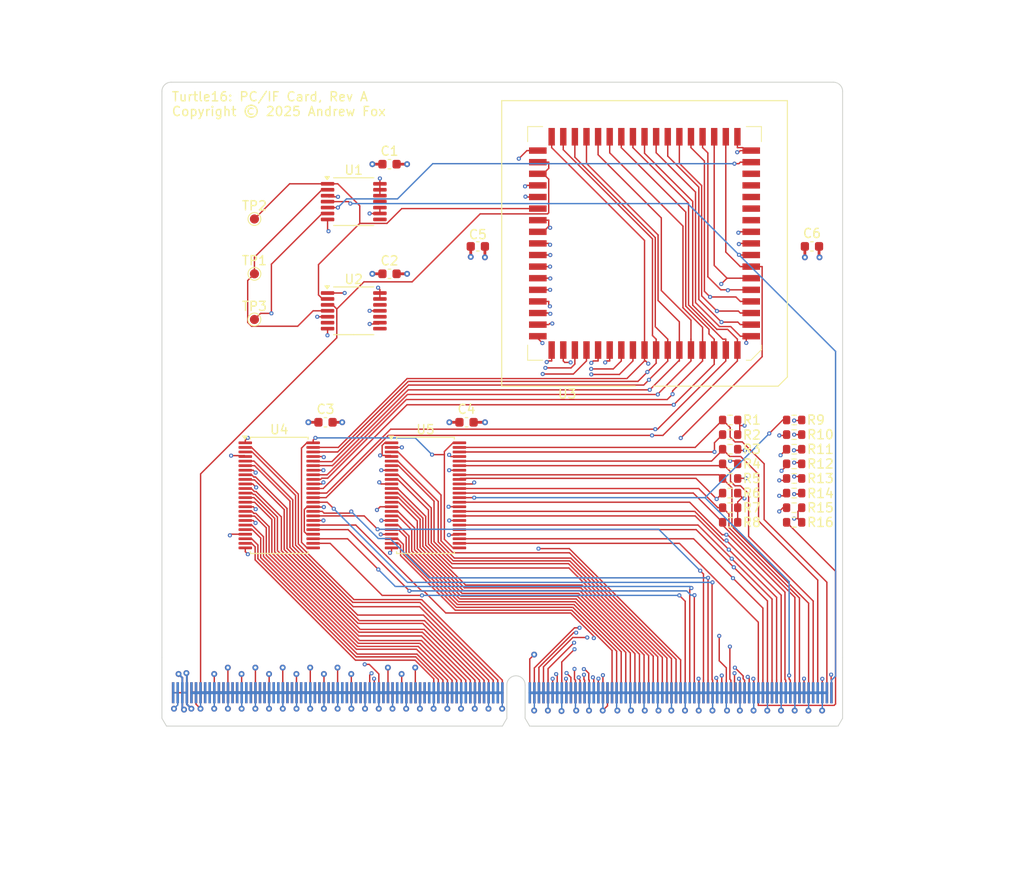
<source format=kicad_pcb>
(kicad_pcb (version 20241229) (generator "pcbnew") (generator_version "9.0")
  (title_block (title "Turtle16: PC/IF Card") (date "2025-07-23") (rev "A") (comment 4 "PC/IF stage of the pipeline"))
  (layers (0 "F.Cu" signal) (4 "In1.Cu" power) (6 "In2.Cu" signal) (8 "In3.Cu" power) (10 "In4.Cu" power) (2 "B.Cu" signal) (13 "F.Paste" user) (15 "B.Paste" user) (5 "F.SilkS" user "F.Silkscreen") (7 "B.SilkS" user "B.Silkscreen") (1 "F.Mask" user) (3 "B.Mask" user) (25 "Edge.Cuts" user))
  (net 0 "")
  (net 1 "GND")
  (net 2 "VCC")
  (net 3 "/CardEdgePCIF/Ins_IF9")
  (net 4 "/CardEdgePCIF/PC_EX9")
  (net 5 "/CardEdgePCIF/Y_EX12")
  (net 6 "/CardEdgePCIF/Y_EX4")
  (net 7 "/CardEdgePCIF/Ins_IF0")
  (net 8 "/CardEdgePCIF/PC_EX8")
  (net 9 "/CardEdgePCIF/Y_EX10")
  (net 10 "/CardEdgePCIF/Ins_IF4")
  (net 11 "/CardEdgePCIF/Y_EX1")
  (net 12 "/CardEdgePCIF/PC_EX4")
  (net 13 "/CardEdgePCIF/Y_EX0")
  (net 14 "/IF/sheet5FE3DA15/PC4")
  (net 15 "/CardEdgePCIF/PC_EX14")
  (net 16 "/CardEdgePCIF/Phi1a")
  (net 17 "/CardEdgePCIF/Y_EX14")
  (net 18 "/CardEdgePCIF/Y_EX11")
  (net 19 "/IF/sheet5FE3DA15/PC15")
  (net 20 "/CardEdgePCIF/PC_EX0")
  (net 21 "/CardEdgePCIF/Ins_ID13")
  (net 22 "/CardEdgePCIF/FLUSH_IF")
  (net 23 "/CardEdgePCIF/Ins_IF15")
  (net 24 "/CardEdgePCIF/Ins_ID6")
  (net 25 "/IF/sheet5FE3DA15/PC1")
  (net 26 "/CardEdgePCIF/Ins_IF8")
  (net 27 "/CardEdgePCIF/PC_EX15")
  (net 28 "/CardEdgePCIF/Ins_ID5")
  (net 29 "/CardEdgePCIF/Ins_ID12")
  (net 30 "/CardEdgePCIF/PC_EX6")
  (net 31 "/CardEdgePCIF/Ins_ID2")
  (net 32 "/CardEdgePCIF/PC_EX3")
  (net 33 "/IF/sheet5FE3DA15/PC11")
  (net 34 "/CardEdgePCIF/Ins_ID4")
  (net 35 "/CardEdgePCIF/Y_EX5")
  (net 36 "/CardEdgePCIF/Ins_ID9")
  (net 37 "/CardEdgePCIF/Ins_ID8")
  (net 38 "/CardEdgePCIF/Y_EX9")
  (net 39 "/CardEdgePCIF/Ins_IF14")
  (net 40 "/CardEdgePCIF/Ins_ID1")
  (net 41 "/CardEdgePCIF/~{JABS}")
  (net 42 "/CardEdgePCIF/PC_EX13")
  (net 43 "/IF/sheet5FE3DA15/PC6")
  (net 44 "/CardEdgePCIF/Ins_IF12")
  (net 45 "/CardEdgePCIF/PC_EX12")
  (net 46 "/CardEdgePCIF/Ins_IF2")
  (net 47 "/IF/sheet5FE3DA15/PC3")
  (net 48 "/CardEdgePCIF/Ins_IF13")
  (net 49 "/CardEdgePCIF/PC_EX10")
  (net 50 "/CardEdgePCIF/Ins_IF3")
  (net 51 "/CardEdgePCIF/Ins_ID15")
  (net 52 "/CardEdgePCIF/Ins_ID11")
  (net 53 "/CardEdgePCIF/Ins_IF1")
  (net 54 "/CardEdgePCIF/~{J}")
  (net 55 "/IF/sheet5FE3DA15/PC10")
  (net 56 "/IF/sheet5FE3DA15/PC5")
  (net 57 "/CardEdgePCIF/Ins_ID10")
  (net 58 "/CardEdgePCIF/Ins_ID0")
  (net 59 "/CardEdgePCIF/~{RST_sync}")
  (net 60 "/CardEdgePCIF/Y_EX3")
  (net 61 "/CardEdgePCIF/Ins_ID14")
  (net 62 "/IF/sheet5FE3DA15/PC2")
  (net 63 "/IF/sheet5FE3DA15/PC9")
  (net 64 "/IF/sheet5FE3DA15/PC13")
  (net 65 "/IF/sheet5FE3DA15/PC12")
  (net 66 "/CardEdgePCIF/PC_EX1")
  (net 67 "/CardEdgePCIF/PC_EX7")
  (net 68 "/CardEdgePCIF/Y_EX2")
  (net 69 "/IF/sheet5FE3DA15/PC8")
  (net 70 "/IF/sheet5FE3DA15/PC0")
  (net 71 "/CardEdgePCIF/Y_EX7")
  (net 72 "/CardEdgePCIF/PC_EX11")
  (net 73 "/CardEdgePCIF/Ins_IF11")
  (net 74 "/CardEdgePCIF/Y_EX6")
  (net 75 "/CardEdgePCIF/Ins_ID3")
  (net 76 "/CardEdgePCIF/Y_EX13")
  (net 77 "/CardEdgePCIF/Ins_IF10")
  (net 78 "/CardEdgePCIF/Y_EX15")
  (net 79 "/CardEdgePCIF/Ins_ID7")
  (net 80 "/CardEdgePCIF/Ins_IF6")
  (net 81 "/CardEdgePCIF/PC_EX2")
  (net 82 "/CardEdgePCIF/STALL")
  (net 83 "/CardEdgePCIF/Ins_IF7")
  (net 84 "/CardEdgePCIF/Y_EX8")
  (net 85 "/CardEdgePCIF/PC_EX5")
  (net 86 "/CardEdgePCIF/Ins_IF5")
  (net 87 "/IF/sheet5FE3DA15/PC14")
  (net 88 "/IF/sheet5FE3DA15/PC7")
  (net 89 "Net-(TP1-Pad1)")
  (net 90 "Net-(U3-RS1)")
  (net 91 "Net-(U4-1CLK)")
  (footprint "Capacitor_SMD:C_0603_1608Metric" (layer "F.Cu") (at 131.39 93.25)
    (property "Reference" "C4")
    (property "Value" "0.1uF")
  )
  (footprint "Resistor_SMD:R_0603_1608Metric" (layer "F.Cu") (at 160.2275 96.2)
    (property "Reference" "R3")
    (property "Value" "10K")
  )
  (footprint "TestPoint:TestPoint_Pad_D1.0mm" (layer "F.Cu") (at 108.19 71)
    (property "Reference" "TP2")
    (property "Value" "RS1")
  )
  (footprint "Resistor_SMD:R_0603_1608Metric" (layer "F.Cu") (at 160.2275 102.6)
    (property "Reference" "R7")
    (property "Value" "10K")
  )
  (footprint "Resistor_SMD:R_0603_1608Metric" (layer "F.Cu") (at 160.2275 97.8)
    (property "Reference" "R4")
    (property "Value" "10K")
  )
  (footprint "Resistor_SMD:R_0603_1608Metric" (layer "F.Cu") (at 160.2275 104.2)
    (property "Reference" "R8")
    (property "Value" "10K")
  )
  (footprint "Package_SO:TSSOP-48_6.1x12.5mm_P0.5mm" (layer "F.Cu") (at 110.9025 101.25)
    (property "Reference" "U4")
    (property "Value" "74ABT16374")
  )
  (footprint "Capacitor_SMD:C_0603_1608Metric" (layer "F.Cu") (at 132.6275 74 180)
    (property "Reference" "C5")
    (property "Value" "0.1uF")
  )
  (footprint "Resistor_SMD:R_0603_1608Metric" (layer "F.Cu") (at 160.2275 94.6)
    (property "Reference" "R2")
    (property "Value" "10K")
  )
  (footprint "Package_SO:TSSOP-14_4.4x5mm_P0.65mm" (layer "F.Cu") (at 119.0525 81.05)
    (property "Reference" "U2")
    (property "Value" "74AHCT04")
  )
  (footprint "Resistor_SMD:R_0603_1608Metric" (layer "F.Cu") (at 160.2275 99.4)
    (property "Reference" "R5")
    (property "Value" "10K")
  )
  (footprint "TestPoint:TestPoint_Pad_D1.0mm" (layer "F.Cu") (at 108.19 77)
    (property "Reference" "TP1")
    (property "Value" "TP")
  )
  (footprint "Package_LCC:PLCC-68_SMD-Socket" (layer "F.Cu") (at 150.8625 73.6725 180)
    (property "Reference" "U3")
    (property "Value" "IDT7381")
  )
  (footprint "Resistor_SMD:R_0603_1608Metric" (layer "F.Cu") (at 167.2275 104.2)
    (property "Reference" "R16")
    (property "Value" "10K")
  )
  (footprint "Capacitor_SMD:C_0603_1608Metric" (layer "F.Cu") (at 122.965 65)
    (property "Reference" "C1")
    (property "Value" "0.1uF")
  )
  (footprint "Package_SO:TSSOP-48_6.1x12.5mm_P0.5mm" (layer "F.Cu") (at 126.9025 101.25)
    (property "Reference" "U5")
    (property "Value" "74ABT16374")
  )
  (footprint "Resistor_SMD:R_0603_1608Metric" (layer "F.Cu") (at 167.2275 101)
    (property "Reference" "R14")
    (property "Value" "10K")
  )
  (footprint "Resistor_SMD:R_0603_1608Metric" (layer "F.Cu") (at 167.2275 94.6)
    (property "Reference" "R10")
    (property "Value" "10K")
  )
  (footprint "Package_SO:TSSOP-14_4.4x5mm_P0.65mm" (layer "F.Cu") (at 119.0525 69.1)
    (property "Reference" "U1")
    (property "Value" "74ABT32")
  )
  (footprint "Capacitor_SMD:C_0603_1608Metric" (layer "F.Cu") (at 169.1775 74)
    (property "Reference" "C6")
    (property "Value" "0.1uF")
  )
  (footprint "Capacitor_SMD:C_0603_1608Metric" (layer "F.Cu") (at 115.965 93.25)
    (property "Reference" "C3")
    (property "Value" "0.1uF")
  )
  (footprint "Capacitor_SMD:C_0603_1608Metric" (layer "F.Cu") (at 122.965 77)
    (property "Reference" "C2")
    (property "Value" "0.1uF")
  )
  (footprint "Turtle16:MEC5-140-01-L-DV-W1-K_Edge" (layer "F.Cu") (at 136.805 121)
    (property "Reference" "J1" (hide yes))
    (property "Value" "MEC5-140-01-L-DV-W1-K")
  )
  (footprint "TestPoint:TestPoint_Pad_D1.0mm" (layer "F.Cu") (at 108.19 82)
    (property "Reference" "TP3")
    (property "Value" "CLK")
  )
  (footprint "Resistor_SMD:R_0603_1608Metric" (layer "F.Cu") (at 160.2275 93)
    (property "Reference" "R1")
    (property "Value" "10K")
  )
  (footprint "Resistor_SMD:R_0603_1608Metric" (layer "F.Cu") (at 167.2275 93)
    (property "Reference" "R9")
    (property "Value" "10K")
  )
  (footprint "Resistor_SMD:R_0603_1608Metric" (layer "F.Cu") (at 167.2275 96.2)
    (property "Reference" "R11")
    (property "Value" "10K")
  )
  (footprint "Resistor_SMD:R_0603_1608Metric" (layer "F.Cu") (at 167.2275 99.4)
    (property "Reference" "R13")
    (property "Value" "10K")
  )
  (footprint "Resistor_SMD:R_0603_1608Metric" (layer "F.Cu") (at 167.2275 102.6)
    (property "Reference" "R15")
    (property "Value" "10K")
  )
  (footprint "Resistor_SMD:R_0603_1608Metric" (layer "F.Cu") (at 160.2275 101)
    (property "Reference" "R6")
    (property "Value" "10K")
  )
  (footprint "Resistor_SMD:R_0603_1608Metric" (layer "F.Cu") (at 167.2275 97.8)
    (property "Reference" "R12")
    (property "Value" "10K")
  )
  (gr_line (start 98.57 126.5) (end 135.32 126.5) (stroke (width 0.1)) (layer "Edge.Cuts"))
  (gr_line (start 135.32 126.5) (end 135.8 125.66) (stroke (width 0.1)) (layer "Edge.Cuts"))
  (gr_line (start 172.03 126.51) (end 171.62 126.51) (stroke (width 0.1)) (layer "Edge.Cuts"))
  (gr_line (start 98.07 119.01) (end 98.07 125.65) (stroke (width 0.1)) (layer "Edge.Cuts"))
  (gr_line (start 98.07 125.65) (end 98.57 126.5) (stroke (width 0.1)) (layer "Edge.Cuts"))
  (gr_line (start 99.07 56.03) (end 171.5305 56.03) (stroke (width 0.1)) (layer "Edge.Cuts"))
  (gr_line (start 172.53 119) (end 172.530499 57.030008) (stroke (width 0.1)) (layer "Edge.Cuts"))
  (gr_arc (start 98.07 57.03) (mid 98.362893 56.322893) (end 99.07 56.03) (stroke (width 0.1)) (layer "Edge.Cuts"))
  (gr_line (start 137.804827 122.020526) (end 137.8 125.65) (stroke (width 0.1)) (layer "Edge.Cuts"))
  (gr_line (start 138.3 126.51) (end 137.8 125.65) (stroke (width 0.1)) (layer "Edge.Cuts"))
  (gr_arc (start 135.8 122.0025) (mid 136.80493 121) (end 137.804827 122.020526) (stroke (width 0.1)) (layer "Edge.Cuts"))
  (gr_line (start 98.07 119.01) (end 98.07 57.03) (stroke (width 0.1)) (layer "Edge.Cuts"))
  (gr_arc (start 171.5305 56.03) (mid 172.237614 56.322901) (end 172.530499 57.030008) (stroke (width 0.1)) (layer "Edge.Cuts"))
  (gr_line (start 135.8 125.66) (end 135.8 122.0025) (stroke (width 0.1)) (layer "Edge.Cuts"))
  (gr_line (start 172.53 125.65) (end 172.03 126.51) (stroke (width 0.1)) (layer "Edge.Cuts"))
  (gr_line (start 171.62 126.51) (end 138.3 126.51) (stroke (width 0.1)) (layer "Edge.Cuts"))
  (gr_line (start 172.53 119) (end 172.53 125.65) (stroke (width 0.1)) (layer "Edge.Cuts"))
  (gr_text "Turtle16: PC/IF Card, Rev A\nCopyright © 2025 Andrew Fox" (at 99.07 57.03 0) (layer "F.SilkS") (effects (font (size 1 1)) (justify left top)))
  (segment (start 168.0525 102.6) (end 167.6514 103.0011) (width 0.1524) (layer "F.Cu") (net 1))
  (segment (start 123.0695 96.8795) (end 123.19 97) (width 0.1524) (layer "F.Cu") (net 1))
  (segment (start 105.6315 105.5) (end 107.19 105.5) (width 0.1524) (layer "F.Cu") (net 1))
  (segment (start 132.0697 100) (end 130.615 100) (width 0.1524) (layer "F.Cu") (net 1))
  (segment (start 130.6084 102.4934) (end 130.615 102.5) (width 0.1524) (layer "F.Cu") (net 1))
  (segment (start 107.0913 96.9013) (end 107.19 97) (width 0.1524) (layer "F.Cu") (net 1))
  (segment (start 115.8 120.81) (end 115.79 120.8) (width 0.1524) (layer "F.Cu") (net 1))
  (segment (start 115.7813 102.5304) (end 114.615 102.5304) (width 0.1524) (layer "F.Cu") (net 1))
  (segment (start 121.9419 96.8795) (end 122.159 96.8795) (width 0.1524) (layer "F.Cu") (net 1))
  (segment (start 131.8525 74) (end 131.8525 75.15) (width 0.3048) (layer "F.Cu") (net 1))
  (segment (start 138.31 122.86) (end 138.31 119.155) (width 0.1524) (layer "F.Cu") (net 1))
  (segment (start 107.4664 94.9542) (end 107.19 95.2306) (width 0.1524) (layer "F.Cu") (net 1))
  (segment (start 117.29 120.11) (end 117.28 120.1) (width 0.1524) (layer "F.Cu") (net 1))
  (segment (start 114.615 102.5304) (end 113.916 102.5304) (width 0.1524) (layer "F.Cu") (net 1))
  (segment (start 107.19 107.411) (end 107.19 107) (width 0.1524) (layer "F.Cu") (net 1))
  (segment (start 161.0225 62) (end 161.0225 63.1912) (width 0.1524) (layer "F.Cu") (net 1))
  (segment (start 161.9394 63.5125) (end 161.3438 63.5125) (width 0.1524) (layer "F.Cu") (net 1))
  (segment (start 162.535 72.4025) (end 161.3438 72.4025) (width 0.1524) (layer "F.Cu") (net 1))
  (segment (start 123.19 107) (end 123.19 107.3728) (width 0.1524) (layer "F.Cu") (net 1))
  (segment (start 121.5921 102.8474) (end 121.9395 102.5) (width 0.1524) (layer "F.Cu") (net 1))
  (segment (start 125.79 122.85) (end 125.79 120.11) (width 0.1524) (layer "F.Cu") (net 1))
  (segment (start 133.415 93.25) (end 132.315 93.25) (width 0.3048) (layer "F.Cu") (net 1))
  (segment (start 161.8016 93.6143) (end 161.2827 93.6143) (width 0.1524) (layer "F.Cu") (net 1))
  (segment (start 161.0022 63.6921) (end 161.1642 63.6921) (width 0.1524) (layer "F.Cu") (net 1))
  (segment (start 167.2275 94.6008) (end 168.0517 94.6008) (width 0.1524) (layer "F.Cu") (net 1))
  (segment (start 167.228 101.1143) (end 167.9382 101.1143) (width 0.1524) (layer "F.Cu") (net 1))
  (segment (start 122.159 96.8795) (end 122.159 95.7948) (width 0.1524) (layer "F.Cu") (net 1))
  (segment (start 122.159 95.7948) (end 122.4538 95.5) (width 0.1524) (layer "F.Cu") (net 1))
  (segment (start 161.0525 93) (end 161.2827 93.2302) (width 0.1524) (layer "F.Cu") (net 1))
  (segment (start 127.31 122.86) (end 122.31 122.86) (width 0.3048) (layer "F.Cu") (net 1))
  (segment (start 161.9394 63.5125) (end 161.6181 63.1912) (width 0.1524) (layer "F.Cu") (net 1))
  (segment (start 115.5664 100) (end 115.7371 99.8293) (width 0.1524) (layer "F.Cu") (net 1))
  (segment (start 113.6448 102.8016) (end 113.6448 105.2267) (width 0.1524) (layer "F.Cu") (net 1))
  (segment (start 122.8 122.85) (end 122.8 120.11) (width 0.1524) (layer "F.Cu") (net 1))
  (segment (start 132.2294 99.8403) (end 132.0697 100) (width 0.1524) (layer "F.Cu") (net 1))
  (segment (start 169.9525 75.15) (end 170.0025 75.2) (width 0.3048) (layer "F.Cu") (net 1))
  (segment (start 167.2311 103.7953) (end 167.6514 103.7953) (width 0.1524) (layer "F.Cu") (net 1))
  (segment (start 106.79 122.85) (end 106.79 120.81) (width 0.1524) (layer "F.Cu") (net 1))
  (segment (start 137.7923 67.4282) (end 137.8931 67.4282) (width 0.1524) (layer "F.Cu") (net 1))
  (segment (start 139.19 67.3225) (end 137.9988 67.3225) (width 0.1524) (layer "F.Cu") (net 1))
  (segment (start 106.79 120.81) (end 106.78 120.8) (width 0.1524) (layer "F.Cu") (net 1))
  (segment (start 161.0728 99.3797) (end 161.0525 99.4) (width 0.1524) (layer "F.Cu") (net 1))
  (segment (start 114.3 122.85) (end 114.3 120.11) (width 0.1524) (layer "F.Cu") (net 1))
  (segment (start 161.5389 101.4864) (end 161.6984 101.4864) (width 0.1524) (layer "F.Cu") (net 1))
  (segment (start 111.29 120.11) (end 111.28 120.1) (width 0.1524) (layer "F.Cu") (net 1))
  (segment (start 108.0653 102.5) (end 108.3268 102.7615) (width 0.1524) (layer "F.Cu") (net 1))
  (segment (start 117.29 122.85) (end 117.29 120.11) (width 0.1524) (layer "F.Cu") (net 1))
  (segment (start 167.6514 103.7989) (end 168.0525 104.2) (width 0.1524) (layer "F.Cu") (net 1))
  (segment (start 105.5051 105.6264) (end 105.6315 105.5) (width 0.1524) (layer "F.Cu") (net 1))
  (segment (start 161.6984 101.4864) (end 161.7933 101.5813) (width 0.1524) (layer "F.Cu") (net 1))
  (segment (start 122.0216 100) (end 123.19 100) (width 0.1524) (layer "F.Cu") (net 1))
  (segment (start 161.1642 63.6921) (end 161.3438 63.5125) (width 0.1524) (layer "F.Cu") (net 1))
  (segment (start 161.0525 102.6) (end 161.0525 104.2) (width 0.1524) (layer "F.Cu") (net 1))
  (segment (start 168.0517 94.6008) (end 168.0525 94.6) (width 0.1524) (layer "F.Cu") (net 1))
  (segment (start 122.8 120.11) (end 122.79 120.1) (width 0.1524) (layer "F.Cu") (net 1))
  (segment (start 123.19 105.5) (end 123.1663 105.5237) (width 0.1524) (layer "F.Cu") (net 1))
  (segment (start 161.1817 96.3292) (end 161.0525 96.2) (width 0.1524) (layer "F.Cu") (net 1))
  (segment (start 130.5251 105.5899) (end 130.615 105.5) (width 0.1524) (layer "F.Cu") (net 1))
  (segment (start 114.615 102.5) (end 114.615 102.5304) (width 0.1524) (layer "F.Cu") (net 1))
  (segment (start 160.7324 97.4799) (end 161.0525 97.8) (width 0.1524) (layer "F.Cu") (net 1))
  (segment (start 108.3 120.11) (end 108.29 120.1) (width 0.1524) (layer "F.Cu") (net 1))
  (segment (start 116.2942 72.3373) (end 116.19 72.2331) (width 0.1524) (layer "F.Cu") (net 1))
  (segment (start 103.8 120.81) (end 103.79 120.8) (width 0.1524) (layer "F.Cu") (net 1))
  (segment (start 122.31 122.86) (end 122.3 122.85) (width 0.3048) (layer "F.Cu") (net 1))
  (segment (start 129.4288 102.4934) (end 130.6084 102.4934) (width 0.1524) (layer "F.Cu") (net 1))
  (segment (start 124.3 122.85) (end 124.3 120.81) (width 0.1524) (layer "F.Cu") (net 1))
  (segment (start 124.3 120.81) (end 124.29 120.8) (width 0.1524) (layer "F.Cu") (net 1))
  (segment (start 161.8406 96.3292) (end 161.1817 96.3292) (width 0.1524) (layer "F.Cu") (net 1))
  (segment (start 107.19 102.5) (end 108.0653 102.5) (width 0.1524) (layer "F.Cu") (net 1))
  (segment (start 105.29 120.11) (end 105.28 120.1) (width 0.1524) (layer "F.Cu") (net 1))
  (segment (start 161.2827 93.2302) (end 161.2827 93.6143) (width 0.1524) (layer "F.Cu") (net 1))
  (segment (start 123.29 122.86) (end 123.3 122.85) (width 0.1524) (layer "F.Cu") (net 1))
  (segment (start 161.0525 101) (end 161.5389 101.4864) (width 0.1524) (layer "F.Cu") (net 1))
  (segment (start 115.8 122.85) (end 115.8 120.81) (width 0.1524) (layer "F.Cu") (net 1))
  (segment (start 137.8931 67.4282) (end 137.9988 67.3225) (width 0.1524) (layer "F.Cu") (net 1))
  (segment (start 113.916 102.5304) (end 113.6448 102.8016) (width 0.1524) (layer "F.Cu") (net 1))
  (segment (start 121.8461 99.8245) (end 122.0216 100) (width 0.1524) (layer "F.Cu") (net 1))
  (segment (start 125.79 120.11) (end 125.78 120.1) (width 0.1524) (layer "F.Cu") (net 1))
  (segment (start 108.3 122.85) (end 108.3 120.11) (width 0.1524) (layer "F.Cu") (net 1))
  (segment (start 129.6748 97) (end 130.615 97) (width 0.1524) (layer "F.Cu") (net 1))
  (segment (start 161.5389 101.4864) (end 161.0525 101.9728) (width 0.1524) (layer "F.Cu") (net 1))
  (segment (start 122.159 96.8795) (end 123.0695 96.8795) (width 0.1524) (layer "F.Cu") (net 1))
  (segment (start 123.1663 105.5237) (end 122.0055 105.5237) (width 0.1524) (layer "F.Cu") (net 1))
  (segment (start 103.8 122.85) (end 103.8 120.81) (width 0.1524) (layer "F.Cu") (net 1))
  (segment (start 129.4878 96.813) (end 129.6748 97) (width 0.1524) (layer "F.Cu") (net 1))
  (segment (start 115.7729 97.0653) (end 115.7076 97) (width 0.1524) (layer "F.Cu") (net 1))
  (segment (start 107.19 95.2306) (end 107.19 95.5) (width 0.1524) (layer "F.Cu") (net 1))
  (segment (start 122.8 122.85) (end 122.8 122.86) (width 0.1524) (layer "F.Cu") (net 1))
  (segment (start 114.3 120.11) (end 114.29 120.1) (width 0.1524) (layer "F.Cu") (net 1))
  (segment (start 129.4619 105.5899) (end 130.5251 105.5899) (width 0.1524) (layer "F.Cu") (net 1))
  (segment (start 161.2827 93.6143) (end 161.2827 94.3698) (width 0.1524) (layer "F.Cu") (net 1))
  (segment (start 146.81 122.86) (end 146.81 124.28) (width 0.1524) (layer "F.Cu") (net 1))
  (segment (start 109.8 120.81) (end 109.79 120.8) (width 0.1524) (layer "F.Cu") (net 1))
  (segment (start 167.2062 96.3175) (end 167.935 96.3175) (width 0.1524) (layer "F.Cu") (net 1))
  (segment (start 122.4538 95.5) (end 123.19 95.5) (width 0.1524) (layer "F.Cu") (net 1))
  (segment (start 167.2275 97.6687) (end 167.9212 97.6687) (width 0.1524) (layer "F.Cu") (net 1))
  (segment (start 161.2452 72.5011) (end 161.3438 72.4025) (width 0.1524) (layer "F.Cu") (net 1))
  (segment (start 114.615 100) (end 115.5664 100) (width 0.1524) (layer "F.Cu") (net 1))
  (segment (start 102.29 124.6) (end 101.8 124.11) (width 0.1524) (layer "F.Cu") (net 1))
  (segment (start 123.74 77) (end 124.89 77) (width 0.3048) (layer "F.Cu") (net 1))
  (segment (start 119.8 122.85) (end 102.79 122.85) (width 0.3048) (layer "F.Cu") (net 1))
  (segment (start 112.79 120.81) (end 112.78 120.8) (width 0.1524) (layer "F.Cu") (net 1))
  (segment (start 101.8 122.85) (end 101.3 122.85) (width 0.3048) (layer "F.Cu") (net 1))
  (segment (start 119.8 122.85) (end 120.3 122.85) (width 0.3048) (layer "F.Cu") (net 1))
  (segment (start 167.6514 103.0011) (end 167.6514 103.7953) (width 0.1524) (layer "F.Cu") (net 1))
  (segment (start 160.2275 97.4799) (end 160.7324 97.4799) (width 0.1524) (layer "F.Cu") (net 1))
  (segment (start 167.6514 103.7953) (end 167.6514 103.7989) (width 0.1524) (layer "F.Cu") (net 1))
  (segment (start 123.19 107.3728) (end 123.0215 107.5413) (width 0.1524) (layer "F.Cu") (net 1))
  (segment (start 107.4722 107.6932) (end 107.19 107.411) (width 0.1524) (layer "F.Cu") (net 1))
  (segment (start 161.0525 101.9728) (end 161.0525 102.6) (width 0.1524) (layer "F.Cu") (net 1))
  (segment (start 113.9181 105.5) (end 114.615 105.5) (width 0.1524) (layer "F.Cu") (net 1))
  (segment (start 105.6382 96.9013) (end 107.0913 96.9013) (width 0.1524) (layer "F.Cu") (net 1))
  (segment (start 162.535 63.5125) (end 161.9394 63.5125) (width 0.1524) (layer "F.Cu") (net 1))
  (segment (start 167.9382 101.1143) (end 168.0525 101) (width 0.1524) (layer "F.Cu") (net 1))
  (segment (start 112.79 122.85) (end 112.79 120.81) (width 0.1524) (layer "F.Cu") (net 1))
  (segment (start 116.19 72.2331) (end 116.19 71.05) (width 0.1524) (layer "F.Cu") (net 1))
  (segment (start 169.9525 74) (end 169.9525 75.15) (width 0.3048) (layer "F.Cu") (net 1))
  (segment (start 107.999 100) (end 108.38 100.381) (width 0.1524) (layer "F.Cu") (net 1))
  (segment (start 161.1285 72.5011) (end 161.2452 72.5011) (width 0.1524) (layer "F.Cu") (net 1))
  (segment (start 113.6448 105.2267) (end 113.9181 105.5) (width 0.1524) (layer "F.Cu") (net 1))
  (segment (start 107.19 100) (end 107.999 100) (width 0.1524) (layer "F.Cu") (net 1))
  (segment (start 161.9459 99.3797) (end 161.0728 99.3797) (width 0.1524) (layer "F.Cu") (net 1))
  (segment (start 167.2275 93.0599) (end 167.9926 93.0599) (width 0.1524) (layer "F.Cu") (net 1))
  (segment (start 105.29 122.85) (end 105.29 120.11) (width 0.1524) (layer "F.Cu") (net 1))
  (segment (start 118.79 122.85) (end 118.79 120.81) (width 0.1524) (layer "F.Cu") (net 1))
  (segment (start 117.79 93.25) (end 116.74 93.25) (width 0.3048) (layer "F.Cu") (net 1))
  (segment (start 111.29 122.85) (end 111.29 120.11) (width 0.1524) (layer "F.Cu") (net 1))
  (segment (start 161.2827 94.3698) (end 161.0525 94.6) (width 0.1524) (layer "F.Cu") (net 1))
  (segment (start 167.228 99.1901) (end 167.8426 99.1901) (width 0.1524) (layer "F.Cu") (net 1))
  (segment (start 123.74 65) (end 124.89 65) (width 0.3048) (layer "F.Cu") (net 1))
  (segment (start 167.8426 99.1901) (end 168.0525 99.4) (width 0.1524) (layer "F.Cu") (net 1))
  (segment (start 167.935 96.3175) (end 168.0525 96.2) (width 0.1524) (layer "F.Cu") (net 1))
  (segment (start 116.19 83.7262) (end 116.19 83) (width 0.1524) (layer "F.Cu") (net 1))
  (segment (start 146.81 124.28) (end 146.29 124.8) (width 0.1524) (layer "F.Cu") (net 1))
  (segment (start 161.6181 63.1912) (end 161.0225 63.1912) (width 0.1524) (layer "F.Cu") (net 1))
  (segment (start 115.7076 97) (end 114.615 97) (width 0.1524) (layer "F.Cu") (net 1))
  (segment (start 132.315 93.25) (end 132.165 93.25) (width 0.1524) (layer "F.Cu") (net 1))
  (segment (start 101.8 124.11) (end 101.8 122.85) (width 0.1524) (layer "F.Cu") (net 1))
  (segment (start 167.9926 93.0599) (end 168.0525 93) (width 0.1524) (layer "F.Cu") (net 1))
  (segment (start 121.9395 102.5) (end 123.19 102.5) (width 0.1524) (layer "F.Cu") (net 1))
  (segment (start 138.31 119.155) (end 138.79 118.675) (width 0.1524) (layer "F.Cu") (net 1))
  (segment (start 118.79 120.81) (end 118.78 120.8) (width 0.1524) (layer "F.Cu") (net 1))
  (segment (start 109.8 122.85) (end 109.8 120.81) (width 0.1524) (layer "F.Cu") (net 1))
  (segment (start 167.9212 97.6687) (end 168.0525 97.8) (width 0.1524) (layer "F.Cu") (net 1))
  (segment (start 116.1809 83.7353) (end 116.19 83.7262) (width 0.1524) (layer "F.Cu") (net 1))
  (via (at 124.89 65) (size 0.65) (drill 0.3) (layers "F.Cu" "B.Cu") (net 1))
  (via (at 107.4722 107.6932) (size 0.45) (drill 0.2) (layers "F.Cu" "B.Cu") (net 1))
  (via (at 107.4664 94.9542) (size 0.45) (drill 0.2) (layers "F.Cu" "B.Cu") (net 1))
  (via (at 117.29 124.6) (size 0.65) (drill 0.3) (layers "F.Cu" "B.Cu") (net 1))
  (via (at 118.79 124.6) (size 0.65) (drill 0.3) (layers "F.Cu" "B.Cu") (net 1))
  (via (at 106.79 124.6) (size 0.65) (drill 0.3) (layers "F.Cu" "B.Cu") (net 1))
  (via (at 125.78 120.1) (size 0.65) (drill 0.3) (layers "F.Cu" "B.Cu") (net 1))
  (via (at 115.7813 102.5304) (size 0.45) (drill 0.2) (layers "F.Cu" "B.Cu") (net 1))
  (via (at 108.3268 102.7615) (size 0.45) (drill 0.2) (layers "F.Cu" "B.Cu") (net 1))
  (via (at 124.79 124.6) (size 0.65) (drill 0.3) (layers "F.Cu" "B.Cu") (net 1))
  (via (at 168.79 124.8) (size 0.65) (drill 0.3) (layers "F.Cu" "B.Cu") (net 1))
  (via (at 115.7371 99.8293) (size 0.45) (drill 0.2) (layers "F.Cu" "B.Cu") (net 1))
  (via (at 170.0025 75.2) (size 0.65) (drill 0.3) (layers "F.Cu" "B.Cu") (net 1))
  (via (at 121.79 124.6) (size 0.65) (drill 0.3) (layers "F.Cu" "B.Cu") (net 1))
  (via (at 150.89 124.8) (size 0.65) (drill 0.3) (layers "F.Cu" "B.Cu") (net 1))
  (via (at 102.29 124.6) (size 0.65) (drill 0.3) (layers "F.Cu" "B.Cu") (net 1))
  (via (at 152.39 124.8) (size 0.65) (drill 0.3) (layers "F.Cu" "B.Cu") (net 1))
  (via (at 121.5921 102.8474) (size 0.45) (drill 0.2) (layers "F.Cu" "B.Cu") (net 1))
  (via (at 121.9419 96.8795) (size 0.45) (drill 0.2) (layers "F.Cu" "B.Cu") (net 1))
  (via (at 137.7923 67.4282) (size 0.45) (drill 0.2) (layers "F.Cu" "B.Cu") (net 1))
  (via (at 117.79 93.25) (size 0.65) (drill 0.3) (layers "F.Cu" "B.Cu") (net 1))
  (via (at 109.79 124.6) (size 0.65) (drill 0.3) (layers "F.Cu" "B.Cu") (net 1))
  (via (at 129.4288 102.4934) (size 0.45) (drill 0.2) (layers "F.Cu" "B.Cu") (net 1))
  (via (at 103.79 124.6) (size 0.65) (drill 0.3) (layers "F.Cu" "B.Cu") (net 1))
  (via (at 112.79 124.6) (size 0.65) (drill 0.3) (layers "F.Cu" "B.Cu") (net 1))
  (via (at 143.39 124.8) (size 0.65) (drill 0.3) (layers "F.Cu" "B.Cu") (net 1))
  (via (at 161.9459 99.3797) (size 0.45) (drill 0.2) (layers "F.Cu" "B.Cu") (net 1))
  (via (at 161.8406 96.3292) (size 0.45) (drill 0.2) (layers "F.Cu" "B.Cu") (net 1))
  (via (at 167.2275 93.0599) (size 0.45) (drill 0.2) (layers "F.Cu" "B.Cu") (net 1))
  (via (at 124.89 77) (size 0.65) (drill 0.3) (layers "F.Cu" "B.Cu") (net 1))
  (via (at 115.7729 97.0653) (size 0.45) (drill 0.2) (layers "F.Cu" "B.Cu") (net 1))
  (via (at 140.29 124.8) (size 0.65) (drill 0.3) (layers "F.Cu" "B.Cu") (net 1))
  (via (at 141.781833 124.854581) (size 0.65) (drill 0.3) (layers "F.Cu" "B.Cu") (net 1))
  (via (at 123.29 124.6) (size 0.65) (drill 0.3) (layers "F.Cu" "B.Cu") (net 1))
  (via (at 161.7933 101.5813) (size 0.45) (drill 0.2) (layers "F.Cu" "B.Cu") (net 1))
  (via (at 118.78 120.8) (size 0.65) (drill 0.3) (layers "F.Cu" "B.Cu") (net 1))
  (via (at 167.2062 96.3175) (size 0.45) (drill 0.2) (layers "F.Cu" "B.Cu") (net 1))
  (via (at 160.2275 97.4799) (size 0.45) (drill 0.2) (layers "F.Cu" "B.Cu") (net 1))
  (via (at 105.29 124.6) (size 0.65) (drill 0.3) (layers "F.Cu" "B.Cu") (net 1))
  (via (at 111.29 124.6) (size 0.65) (drill 0.3) (layers "F.Cu" "B.Cu") (net 1))
  (via (at 115.79 120.8) (size 0.65) (drill 0.3) (layers "F.Cu" "B.Cu") (net 1))
  (via (at 147.89 124.8) (size 0.65) (drill 0.3) (layers "F.Cu" "B.Cu") (net 1))
  (via (at 138.79 124.8) (size 0.65) (drill 0.3) (layers "F.Cu" "B.Cu") (net 1))
  (via (at 135.29 124.6) (size 0.65) (drill 0.3) (layers "F.Cu" "B.Cu") (net 1))
  (via (at 126.29 124.6) (size 0.65) (drill 0.3) (layers "F.Cu" "B.Cu") (net 1))
  (via (at 162.79 124.8) (size 0.65) (drill 0.3) (layers "F.Cu" "B.Cu") (net 1))
  (via (at 138.79 118.675) (size 0.65) (drill 0.3) (layers "F.Cu" "B.Cu") (net 1))
  (via (at 149.39 124.8) (size 0.65) (drill 0.3) (layers "F.Cu" "B.Cu") (net 1))
  (via (at 155.29 124.8) (size 0.65) (drill 0.3) (layers "F.Cu" "B.Cu") (net 1))
  (via (at 161.1285 72.5011) (size 0.45) (drill 0.2) (layers "F.Cu" "B.Cu") (net 1))
  (via (at 112.78 120.8) (size 0.65) (drill 0.3) (layers "F.Cu" "B.Cu") (net 1))
  (via (at 167.228 101.1143) (size 0.45) (drill 0.2) (layers "F.Cu" "B.Cu") (net 1))
  (via (at 117.28 120.1) (size 0.65) (drill 0.3) (layers "F.Cu" "B.Cu") (net 1))
  (via (at 156.79 124.8) (size 0.65) (drill 0.3) (layers "F.Cu" "B.Cu") (net 1))
  (via (at 99.39 124.6) (size 0.65) (drill 0.3) (layers "F.Cu" "B.Cu") (net 1))
  (via (at 133.415 93.25) (size 0.65) (drill 0.3) (layers "F.Cu" "B.Cu") (net 1))
  (via (at 115.79 124.6) (size 0.65) (drill 0.3) (layers "F.Cu" "B.Cu") (net 1))
  (via (at 108.29 124.6) (size 0.65) (drill 0.3) (layers "F.Cu" "B.Cu") (net 1))
  (via (at 116.2942 72.3373) (size 0.45) (drill 0.2) (layers "F.Cu" "B.Cu") (net 1))
  (via (at 109.79 120.8) (size 0.65) (drill 0.3) (layers "F.Cu" "B.Cu") (net 1))
  (via (at 106.78 120.8) (size 0.65) (drill 0.3) (layers "F.Cu" "B.Cu") (net 1))
  (via (at 161.8016 93.6143) (size 0.45) (drill 0.2) (layers "F.Cu" "B.Cu") (net 1))
  (via (at 130.79 124.6) (size 0.65) (drill 0.3) (layers "F.Cu" "B.Cu") (net 1))
  (via (at 127.79 124.6) (size 0.65) (drill 0.3) (layers "F.Cu" "B.Cu") (net 1))
  (via (at 164.29 124.8) (size 0.65) (drill 0.3) (layers "F.Cu" "B.Cu") (net 1))
  (via (at 124.29 120.8) (size 0.65) (drill 0.3) (layers "F.Cu" "B.Cu") (net 1))
  (via (at 132.29 124.6) (size 0.65) (drill 0.3) (layers "F.Cu" "B.Cu") (net 1))
  (via (at 158.29 124.8) (size 0.65) (drill 0.3) (layers "F.Cu" "B.Cu") (net 1))
  (via (at 159.89 124.8) (size 0.65) (drill 0.3) (layers "F.Cu" "B.Cu") (net 1))
  (via (at 122.79 120.1) (size 0.65) (drill 0.3) (layers "F.Cu" "B.Cu") (net 1))
  (via (at 129.4619 105.5899) (size 0.45) (drill 0.2) (layers "F.Cu" "B.Cu") (net 1))
  (via (at 111.28 120.1) (size 0.65) (drill 0.3) (layers "F.Cu" "B.Cu") (net 1))
  (via (at 105.5051 105.6264) (size 0.45) (drill 0.2) (layers "F.Cu" "B.Cu") (net 1))
  (via (at 161.0022 63.6921) (size 0.45) (drill 0.2) (layers "F.Cu" "B.Cu") (net 1))
  (via (at 167.2275 97.6687) (size 0.45) (drill 0.2) (layers "F.Cu" "B.Cu") (net 1))
  (via (at 123.0215 107.5413) (size 0.45) (drill 0.2) (layers "F.Cu" "B.Cu") (net 1))
  (via (at 114.29 120.1) (size 0.65) (drill 0.3) (layers "F.Cu" "B.Cu") (net 1))
  (via (at 122.0055 105.5237) (size 0.45) (drill 0.2) (layers "F.Cu" "B.Cu") (net 1))
  (via (at 167.2311 103.7953) (size 0.45) (drill 0.2) (layers "F.Cu" "B.Cu") (net 1))
  (via (at 167.228 99.1901) (size 0.45) (drill 0.2) (layers "F.Cu" "B.Cu") (net 1))
  (via (at 105.6382 96.9013) (size 0.45) (drill 0.2) (layers "F.Cu" "B.Cu") (net 1))
  (via (at 108.38 100.381) (size 0.45) (drill 0.2) (layers "F.Cu" "B.Cu") (net 1))
  (via (at 165.79 124.8) (size 0.65) (drill 0.3) (layers "F.Cu" "B.Cu") (net 1))
  (via (at 129.29 124.6) (size 0.65) (drill 0.3) (layers "F.Cu" "B.Cu") (net 1))
  (via (at 131.8525 75.15) (size 0.65) (drill 0.3) (layers "F.Cu" "B.Cu") (net 1))
  (via (at 108.29 120.1) (size 0.65) (drill 0.3) (layers "F.Cu" "B.Cu") (net 1))
  (via (at 129.4878 96.813) (size 0.45) (drill 0.2) (layers "F.Cu" "B.Cu") (net 1))
  (via (at 161.29 124.8) (size 0.65) (drill 0.3) (layers "F.Cu" "B.Cu") (net 1))
  (via (at 103.79 120.8) (size 0.65) (drill 0.3) (layers "F.Cu" "B.Cu") (net 1))
  (via (at 170.29 124.8) (size 0.65) (drill 0.3) (layers "F.Cu" "B.Cu") (net 1))
  (via (at 121.8461 99.8245) (size 0.45) (drill 0.2) (layers "F.Cu" "B.Cu") (net 1))
  (via (at 167.29 124.8) (size 0.65) (drill 0.3) (layers "F.Cu" "B.Cu") (net 1))
  (via (at 114.29 124.6) (size 0.65) (drill 0.3) (layers "F.Cu" "B.Cu") (net 1))
  (via (at 144.79 124.8) (size 0.65) (drill 0.3) (layers "F.Cu" "B.Cu") (net 1))
  (via (at 132.2294 99.8403) (size 0.45) (drill 0.2) (layers "F.Cu" "B.Cu") (net 1))
  (via (at 146.29 124.8) (size 0.65) (drill 0.3) (layers "F.Cu" "B.Cu") (net 1))
  (via (at 167.2275 94.6008) (size 0.45) (drill 0.2) (layers "F.Cu" "B.Cu") (net 1))
  (via (at 105.28 120.1) (size 0.65) (drill 0.3) (layers "F.Cu" "B.Cu") (net 1))
  (via (at 133.79 124.6) (size 0.65) (drill 0.3) (layers "F.Cu" "B.Cu") (net 1))
  (via (at 116.1809 83.7353) (size 0.45) (drill 0.2) (layers "F.Cu" "B.Cu") (net 1))
  (via (at 153.79 124.8) (size 0.65) (drill 0.3) (layers "F.Cu" "B.Cu") (net 1))
  (via (at 120.29 124.6) (size 0.65) (drill 0.3) (layers "F.Cu" "B.Cu") (net 1))
  (segment (start 153.81 124.78) (end 153.79 124.8) (width 0.1524) (layer "B.Cu") (net 1))
  (segment (start 135.31 122.86) (end 101.31 122.86) (width 0.3048) (layer "B.Cu") (net 1))
  (segment (start 170.31 122.86) (end 170.31 124.78) (width 0.1524) (layer "B.Cu") (net 1))
  (segment (start 159.81 124.72) (end 159.89 124.8) (width 0.1524) (layer "B.Cu") (net 1))
  (segment (start 126.3 122.85) (end 126.3 124.59) (width 0.1524) (layer "B.Cu") (net 1))
  (segment (start 162.81 124.78) (end 162.79 124.8) (width 0.1524) (layer "B.Cu") (net 1))
  (segment (start 149.31 124.72) (end 149.39 124.8) (width 0.1524) (layer "B.Cu") (net 1))
  (segment (start 109.8 122.85) (end 109.8 124.59) (width 0.1524) (layer "B.Cu") (net 1))
  (segment (start 144.81 122.86) (end 144.81 124.78) (width 0.1524) (layer "B.Cu") (net 1))
  (segment (start 121.8 124.59) (end 121.79 124.6) (width 0.1524) (layer "B.Cu") (net 1))
  (segment (start 155.31 124.78) (end 155.29 124.8) (width 0.1524) (layer "B.Cu") (net 1))
  (segment (start 127.8 124.59) (end 127.79 124.6) (width 0.1524) (layer "B.Cu") (net 1))
  (segment (start 115.8 122.85) (end 115.8 124.59) (width 0.1524) (layer "B.Cu") (net 1))
  (segment (start 123.3 122.85) (end 123.3 124.59) (width 0.1524) (layer "B.Cu") (net 1))
  (segment (start 147.81 124.72) (end 147.89 124.8) (width 0.1524) (layer "B.Cu") (net 1))
  (segment (start 120.29 124.6) (end 120.280496 124.590496) (width 0.1524) (layer "B.Cu") (net 1))
  (segment (start 140.31 122.86) (end 140.31 124.78) (width 0.1524) (layer "B.Cu") (net 1))
  (segment (start 122.59 122.85) (end 127.3 122.85) (width 0.3048) (layer "B.Cu") (net 1))
  (segment (start 146.31 122.86) (end 146.31 124.78) (width 0.1524) (layer "B.Cu") (net 1))
  (segment (start 103.8 122.85) (end 103.8 124.59) (width 0.1524) (layer "B.Cu") (net 1))
  (segment (start 114.3 122.85) (end 114.3 124.59) (width 0.1524) (layer "B.Cu") (net 1))
  (segment (start 103.8 124.59) (end 103.79 124.6) (width 0.1524) (layer "B.Cu") (net 1))
  (segment (start 106.8 122.85) (end 106.8 124.59) (width 0.1524) (layer "B.Cu") (net 1))
  (segment (start 133.8 122.85) (end 133.8 124.59) (width 0.1524) (layer "B.Cu") (net 1))
  (segment (start 146.31 124.78) (end 146.29 124.8) (width 0.1524) (layer "B.Cu") (net 1))
  (segment (start 153.81 122.86) (end 153.81 124.78) (width 0.1524) (layer "B.Cu") (net 1))
  (segment (start 130.8 122.85) (end 130.8 124.59) (width 0.1524) (layer "B.Cu") (net 1))
  (segment (start 118.8 124.59) (end 118.79 124.6) (width 0.1524) (layer "B.Cu") (net 1))
  (segment (start 135.3 122.85) (end 135.3 124.59) (width 0.1524) (layer "B.Cu") (net 1))
  (segment (start 127.8 122.85) (end 127.8 124.59) (width 0.1524) (layer "B.Cu") (net 1))
  (segment (start 112.8 122.85) (end 112.8 124.59) (width 0.1524) (layer "B.Cu") (net 1))
  (segment (start 138.81 122.86) (end 138.81 124.78) (width 0.1524) (layer "B.Cu") (net 1))
  (segment (start 141.81 124.826414) (end 141.781833 124.854581) (width 0.1524) (layer "B.Cu") (net 1))
  (segment (start 158.31 124.78) (end 158.29 124.8) (width 0.1524) (layer "B.Cu") (net 1))
  (segment (start 115.8 124.59) (end 115.79 124.6) (width 0.1524) (layer "B.Cu") (net 1))
  (segment (start 156.81 122.86) (end 156.81 124.78) (width 0.1524) (layer "B.Cu") (net 1))
  (segment (start 121.8 122.85) (end 121.8 124.59) (width 0.1524) (layer "B.Cu") (net 1))
  (segment (start 124.8 122.85) (end 124.8 124.59) (width 0.1524) (layer "B.Cu") (net 1))
  (segment (start 147.81 122.86) (end 147.81 124.72) (width 0.1524) (layer "B.Cu") (net 1))
  (segment (start 162.81 122.86) (end 162.81 124.78) (width 0.1524) (layer "B.Cu") (net 1))
  (segment (start 164.31 122.86) (end 164.31 124.78) (width 0.1524) (layer "B.Cu") (net 1))
  (segment (start 118.8 122.85) (end 118.8 124.59) (width 0.1524) (layer "B.Cu") (net 1))
  (segment (start 126.3 124.59) (end 126.29 124.6) (width 0.1524) (layer "B.Cu") (net 1))
  (segment (start 143.31 122.86) (end 143.31 124.72) (width 0.1524) (layer "B.Cu") (net 1))
  (segment (start 155.31 122.86) (end 155.31 124.78) (width 0.1524) (layer "B.Cu") (net 1))
  (segment (start 141.81 122.86) (end 141.81 124.826414) (width 0.1524) (layer "B.Cu") (net 1))
  (segment (start 117.3 124.59) (end 117.29 124.6) (width 0.1524) (layer "B.Cu") (net 1))
  (segment (start 109.8 124.59) (end 109.79 124.6) (width 0.1524) (layer "B.Cu") (net 1))
  (segment (start 168.81 122.86) (end 168.81 124.78) (width 0.1524) (layer "B.Cu") (net 1))
  (segment (start 99.3 122.85) (end 99.8 122.85) (width 0.1524) (layer "B.Cu") (net 1))
  (segment (start 143.31 124.72) (end 143.39 124.8) (width 0.1524) (layer "B.Cu") (net 1))
  (segment (start 158.31 122.86) (end 158.31 124.78) (width 0.1524) (layer "B.Cu") (net 1))
  (segment (start 152.31 124.72) (end 152.39 124.8) (width 0.1524) (layer "B.Cu") (net 1))
  (segment (start 119.99 122.85) (end 122.59 122.85) (width 0.3048) (layer "B.Cu") (net 1))
  (segment (start 167.31 124.78) (end 167.29 124.8) (width 0.1524) (layer "B.Cu") (net 1))
  (segment (start 119.99 122.85) (end 120.3 122.85) (width 0.3048) (layer "B.Cu") (net 1))
  (segment (start 108.3 124.59) (end 108.29 124.6) (width 0.1524) (layer "B.Cu") (net 1))
  (segment (start 164.31 124.78) (end 164.29 124.8) (width 0.1524) (layer "B.Cu") (net 1))
  (segment (start 138.81 124.78) (end 138.79 124.8) (width 0.1524) (layer "B.Cu") (net 1))
  (segment (start 161.31 124.78) (end 161.29 124.8) (width 0.1524) (layer "B.Cu") (net 1))
  (segment (start 133.8 124.59) (end 133.79 124.6) (width 0.1524) (layer "B.Cu") (net 1))
  (segment (start 101.31 122.86) (end 101.3 122.85) (width 0.1524) (layer "B.Cu") (net 1))
  (segment (start 165.81 122.86) (end 165.81 124.78) (width 0.1524) (layer "B.Cu") (net 1))
  (segment (start 111.3 122.85) (end 111.3 124.59) (width 0.1524) (layer "B.Cu") (net 1))
  (segment (start 99.8 124.19) (end 99.39 124.6) (width 0.1524) (layer "B.Cu") (net 1))
  (segment (start 111.3 124.59) (end 111.29 124.6) (width 0.1524) (layer "B.Cu") (net 1))
  (segment (start 156.81 124.78) (end 156.79 124.8) (width 0.1524) (layer "B.Cu") (net 1))
  (segment (start 120.29 122.86) (end 120.29 124.6) (width 0.1524) (layer "B.Cu") (net 1))
  (segment (start 170.81 122.86) (end 138.31 122.86) (width 0.3048) (layer "B.Cu") (net 1))
  (segment (start 106.8 124.59) (end 106.79 124.6) (width 0.1524) (layer "B.Cu") (net 1))
  (segment (start 99.8 122.85) (end 99.8 124.19) (width 0.1524) (layer "B.Cu") (net 1))
  (segment (start 129.3 122.85) (end 129.3 124.59) (width 0.1524) (layer "B.Cu") (net 1))
  (segment (start 129.3 124.59) (end 129.29 124.6) (width 0.1524) (layer "B.Cu") (net 1))
  (segment (start 135.3 124.59) (end 135.29 124.6) (width 0.1524) (layer "B.Cu") (net 1))
  (segment (start 105.3 124.59) (end 105.29 124.6) (width 0.1524) (layer "B.Cu") (net 1))
  (segment (start 167.31 122.86) (end 167.31 124.78) (width 0.1524) (layer "B.Cu") (net 1))
  (segment (start 102.3 124.59) (end 102.29 124.6) (width 0.1524) (layer "B.Cu") (net 1))
  (segment (start 144.81 124.78) (end 144.79 124.8) (width 0.1524) (layer "B.Cu") (net 1))
  (segment (start 117.3 122.85) (end 117.3 124.59) (width 0.1524) (layer "B.Cu") (net 1))
  (segment (start 114.3 124.59) (end 114.29 124.6) (width 0.1524) (layer "B.Cu") (net 1))
  (segment (start 152.31 122.86) (end 152.31 124.72) (width 0.1524) (layer "B.Cu") (net 1))
  (segment (start 124.8 124.59) (end 124.79 124.6) (width 0.1524) (layer "B.Cu") (net 1))
  (segment (start 149.31 122.86) (end 149.31 124.72) (width 0.1524) (layer "B.Cu") (net 1))
  (segment (start 130.8 124.59) (end 130.79 124.6) (width 0.1524) (layer "B.Cu") (net 1))
  (segment (start 132.3 122.85) (end 132.3 124.59) (width 0.1524) (layer "B.Cu") (net 1))
  (segment (start 168.81 124.78) (end 168.79 124.8) (width 0.1524) (layer "B.Cu") (net 1))
  (segment (start 132.3 124.59) (end 132.29 124.6) (width 0.1524) (layer "B.Cu") (net 1))
  (segment (start 108.3 122.85) (end 108.3 124.59) (width 0.1524) (layer "B.Cu") (net 1))
  (segment (start 150.81 124.72) (end 150.89 124.8) (width 0.1524) (layer "B.Cu") (net 1))
  (segment (start 150.81 122.86) (end 150.81 124.72) (width 0.1524) (layer "B.Cu") (net 1))
  (segment (start 165.81 124.78) (end 165.79 124.8) (width 0.1524) (layer "B.Cu") (net 1))
  (segment (start 102.3 122.85) (end 102.3 124.59) (width 0.1524) (layer "B.Cu") (net 1))
  (segment (start 123.3 124.59) (end 123.29 124.6) (width 0.1524) (layer "B.Cu") (net 1))
  (segment (start 105.3 122.85) (end 105.3 124.59) (width 0.1524) (layer "B.Cu") (net 1))
  (segment (start 140.31 124.78) (end 140.29 124.8) (width 0.1524) (layer "B.Cu") (net 1))
  (segment (start 101.8 122.85) (end 119.99 122.85) (width 0.3048) (layer "B.Cu") (net 1))
  (segment (start 159.81 122.86) (end 159.81 124.72) (width 0.1524) (layer "B.Cu") (net 1))
  (segment (start 112.8 124.59) (end 112.79 124.6) (width 0.1524) (layer "B.Cu") (net 1))
  (segment (start 170.31 124.78) (end 170.29 124.8) (width 0.1524) (layer "B.Cu") (net 1))
  (segment (start 161.31 122.86) (end 161.31 124.78) (width 0.1524) (layer "B.Cu") (net 1))
  (segment (start 121.915 78.7214) (end 121.915 79.1) (width 0.1524) (layer "F.Cu") (net 2))
  (segment (start 121.915 68.45) (end 121.915 67.8) (width 0.1524) (layer "F.Cu") (net 2))
  (segment (start 100.8 122.85) (end 100.8 120.7536) (width 0.2032) (layer "F.Cu") (net 2))
  (segment (start 120.7991 82.4922) (end 121.7728 82.4922) (width 0.1524) (layer "F.Cu") (net 2))
  (segment (start 122.19 77) (end 121.09 77) (width 0.3048) (layer "F.Cu") (net 2))
  (segment (start 122.19 65) (end 121.09 65) (width 0.3048) (layer "F.Cu") (net 2))
  (segment (start 122.0738 104) (end 123.19 104) (width 0.1524) (layer "F.Cu") (net 2))
  (segment (start 121.915 67.8) (end 121.915 67.15) (width 0.1524) (layer "F.Cu") (net 2))
  (segment (start 121.915 79.75) (end 121.915 79.1) (width 0.1524) (layer "F.Cu") (net 2))
  (segment (start 133.4025 74) (end 133.4025 75.2) (width 0.3048) (layer "F.Cu") (net 2))
  (segment (start 121.7728 82.4922) (end 121.915 82.35) (width 0.1524) (layer "F.Cu") (net 2))
  (segment (start 140.5301 73.8214) (end 140.3812 73.6725) (width 0.1524) (layer "F.Cu") (net 2))
  (segment (start 100.8 124.11) (end 101.29 124.6) (width 0.2032) (layer "F.Cu") (net 2))
  (segment (start 121.915 70.4) (end 120.79 70.4) (width 0.1524) (layer "F.Cu") (net 2))
  (segment (start 161.1824 73.7448) (end 161.2715 73.7448) (width 0.1524) (layer "F.Cu") (net 2))
  (segment (start 100.3 122.85) (end 100.3 121.21) (width 0.2032) (layer "F.Cu") (net 2))
  (segment (start 140.5357 71.9614) (end 140.3812 71.8069) (width 0.1524) (layer "F.Cu") (net 2))
  (segment (start 100.8 120.7536) (end 100.7464 120.7) (width 0.2032) (layer "F.Cu") (net 2))
  (segment (start 107.19 98.5) (end 108.0637 98.5) (width 0.1524) (layer "F.Cu") (net 2))
  (segment (start 130.615 98.5) (end 129.4918 98.5) (width 0.1524) (layer "F.Cu") (net 2))
  (segment (start 100.3 122.85) (end 100.8 122.85) (width 0.2032) (layer "F.Cu") (net 2))
  (segment (start 115.7386 104) (end 114.615 104) (width 0.1524) (layer "F.Cu") (net 2))
  (segment (start 139.19 73.6725) (end 140.3812 73.6725) (width 0.1524) (layer "F.Cu") (net 2))
  (segment (start 107.19 104) (end 108.0461 104) (width 0.1524) (layer "F.Cu") (net 2))
  (segment (start 114.09 93.25) (end 115.19 93.25) (width 0.3048) (layer "F.Cu") (net 2))
  (segment (start 115.732 98.5) (end 114.615 98.5) (width 0.1524) (layer "F.Cu") (net 2))
  (segment (start 100.3 122.85) (end 100.3 124.51) (width 0.2032) (layer "F.Cu") (net 2))
  (segment (start 121.915 70.4) (end 121.915 69.75) (width 0.1524) (layer "F.Cu") (net 2))
  (segment (start 123.19 98.5) (end 122.0638 98.5) (width 0.1524) (layer "F.Cu") (net 2))
  (segment (start 139.7856 72.4025) (end 140.3812 71.8069) (width 0.1524) (layer "F.Cu") (net 2))
  (segment (start 139.19 72.4025) (end 139.7856 72.4025) (width 0.1524) (layer "F.Cu") (net 2))
  (segment (start 121.915 67.15) (end 121.915 66.564) (width 0.1524) (layer "F.Cu") (net 2))
  (segment (start 121.7153 78.5217) (end 121.915 78.7214) (width 0.1524) (layer "F.Cu") (net 2))
  (segment (start 100.3 121.21) (end 99.89 120.8) (width 0.2032) (layer "F.Cu") (net 2))
  (segment (start 108.0637 98.5) (end 108.3226 98.7589) (width 0.1524) (layer "F.Cu") (net 2))
  (segment (start 130.615 104) (end 129.4989 104) (width 0.1524) (layer "F.Cu") (net 2))
  (segment (start 108.0461 104) (end 108.314 104.2679) (width 0.1524) (layer "F.Cu") (net 2))
  (segment (start 100.3 124.51) (end 100.49 124.7) (width 0.2032) (layer "F.Cu") (net 2))
  (segment (start 139.19 71.1325) (end 140.3812 71.1325) (width 0.1524) (layer "F.Cu") (net 2))
  (segment (start 162.535 73.6725) (end 161.3438 73.6725) (width 0.1524) (layer "F.Cu") (net 2))
  (segment (start 129.515 93.25) (end 130.615 93.25) (width 0.3048) (layer "F.Cu") (net 2))
  (segment (start 168.4025 74) (end 168.4025 75.2) (width 0.3048) (layer "F.Cu") (net 2))
  (segment (start 161.2715 73.7448) (end 161.3438 73.6725) (width 0.1524) (layer "F.Cu") (net 2))
  (segment (start 99.3 122.85) (end 100.3 122.85) (width 0.1524) (layer "F.Cu") (net 2))
  (segment (start 121.915 81.05) (end 120.7935 81.05) (width 0.1524) (layer "F.Cu") (net 2))
  (segment (start 140.3812 71.8069) (end 140.3812 71.1325) (width 0.1524) (layer "F.Cu") (net 2))
  (segment (start 100.8 122.85) (end 100.8 124.11) (width 0.2032) (layer "F.Cu") (net 2))
  (segment (start 115.0627 81.7) (end 116.19 81.7) (width 0.1524) (layer "F.Cu") (net 2))
  (via (at 133.4025 75.2) (size 0.65) (drill 0.3) (layers "F.Cu" "B.Cu") (net 2))
  (via (at 100.7464 120.7) (size 0.65) (drill 0.3) (layers "F.Cu" "B.Cu") (net 2))
  (via (at 168.4025 75.2) (size 0.65) (drill 0.3) (layers "F.Cu" "B.Cu") (net 2))
  (via (at 120.7991 82.4922) (size 0.45) (drill 0.2) (layers "F.Cu" "B.Cu") (net 2))
  (via (at 121.09 65) (size 0.65) (drill 0.3) (layers "F.Cu" "B.Cu") (net 2))
  (via (at 115.0627 81.7) (size 0.45) (drill 0.2) (layers "F.Cu" "B.Cu") (net 2))
  (via (at 121.09 77) (size 0.65) (drill 0.3) (layers "F.Cu" "B.Cu") (net 2))
  (via (at 99.89 120.8) (size 0.65) (drill 0.3) (layers "F.Cu" "B.Cu") (net 2))
  (via (at 108.3226 98.7589) (size 0.45) (drill 0.2) (layers "F.Cu" "B.Cu") (net 2))
  (via (at 140.5357 71.9614) (size 0.45) (drill 0.2) (layers "F.Cu" "B.Cu") (net 2))
  (via (at 129.4989 104) (size 0.45) (drill 0.2) (layers "F.Cu" "B.Cu") (net 2))
  (via (at 122.0638 98.5) (size 0.45) (drill 0.2) (layers "F.Cu" "B.Cu") (net 2))
  (via (at 161.1824 73.7448) (size 0.45) (drill 0.2) (layers "F.Cu" "B.Cu") (net 2))
  (via (at 114.09 93.25) (size 0.65) (drill 0.3) (layers "F.Cu" "B.Cu") (net 2))
  (via (at 129.4918 98.5) (size 0.45) (drill 0.2) (layers "F.Cu" "B.Cu") (net 2))
  (via (at 120.79 70.4) (size 0.45) (drill 0.2) (layers "F.Cu" "B.Cu") (net 2))
  (via (at 108.314 104.2679) (size 0.45) (drill 0.2) (layers "F.Cu" "B.Cu") (net 2))
  (via (at 121.7153 78.5217) (size 0.45) (drill 0.2) (layers "F.Cu" "B.Cu") (net 2))
  (via (at 121.915 66.564) (size 0.45) (drill 0.2) (layers "F.Cu" "B.Cu") (net 2))
  (via (at 129.515 93.25) (size 0.65) (drill 0.3) (layers "F.Cu" "B.Cu") (net 2))
  (via (at 140.5301 73.8214) (size 0.45) (drill 0.2) (layers "F.Cu" "B.Cu") (net 2))
  (via (at 115.732 98.5) (size 0.45) (drill 0.2) (layers "F.Cu" "B.Cu") (net 2))
  (via (at 100.49 124.7) (size 0.65) (drill 0.3) (layers "F.Cu" "B.Cu") (net 2))
  (via (at 115.7386 104) (size 0.45) (drill 0.2) (layers "F.Cu" "B.Cu") (net 2))
  (via (at 122.0738 104) (size 0.45) (drill 0.2) (layers "F.Cu" "B.Cu") (net 2))
  (via (at 101.29 124.6) (size 0.65) (drill 0.3) (layers "F.Cu" "B.Cu") (net 2))
  (via (at 120.7935 81.05) (size 0.45) (drill 0.2) (layers "F.Cu" "B.Cu") (net 2))
  (segment (start 100.8 120.7536) (end 100.7464 120.7) (width 0.2032) (layer "B.Cu") (net 2))
  (segment (start 100.3 121.21) (end 99.89 120.8) (width 0.2032) (layer "B.Cu") (net 2))
  (segment (start 100.3 122.85) (end 100.3 121.21) (width 0.2032) (layer "B.Cu") (net 2))
  (segment (start 100.8 124.11) (end 101.29 124.6) (width 0.2032) (layer "B.Cu") (net 2))
  (segment (start 100.8 122.85) (end 100.8 124.11) (width 0.2032) (layer "B.Cu") (net 2))
  (segment (start 100.8 122.85) (end 100.8 120.7536) (width 0.2032) (layer "B.Cu") (net 2))
  (segment (start 100.3 122.85) (end 100.3 124.51) (width 0.2032) (layer "B.Cu") (net 2))
  (segment (start 100.3 124.51) (end 100.49 124.7) (width 0.2032) (layer "B.Cu") (net 2))
  (segment (start 100.8 122.85) (end 100.3 122.85) (width 0.2032) (layer "B.Cu") (net 2))
  (segment (start 166.2259 111.8418) (end 159.9435 105.5594) (width 0.1524) (layer "F.Cu") (net 3))
  (segment (start 166.31 121.4813) (end 166.2259 121.3972) (width 0.1524) (layer "F.Cu") (net 3))
  (segment (start 159.3562 105.5594) (end 159.8139 105.5594) (width 0.1524) (layer "F.Cu") (net 3))
  (segment (start 165.6072 94.6927) (end 166.3098 94.6927) (width 0.1524) (layer "F.Cu") (net 3))
  (segment (start 166.2259 121.3972) (end 166.2259 111.8418) (width 0.1524) (layer "F.Cu") (net 3))
  (segment (start 130.615 102) (end 155.7968 102) (width 0.1524) (layer "F.Cu") (net 3))
  (segment (start 159.9435 105.5594) (end 159.8139 105.5594) (width 0.1524) (layer "F.Cu") (net 3))
  (segment (start 155.7968 102) (end 159.3562 105.5594) (width 0.1524) (layer "F.Cu") (net 3))
  (segment (start 166.3098 94.6927) (end 166.4025 94.6) (width 0.1524) (layer "F.Cu") (net 3))
  (segment (start 166.31 122.86) (end 166.31 121.4813) (width 0.1524) (layer "F.Cu") (net 3))
  (via (at 159.8139 105.5594) (size 0.45) (drill 0.2) (layers "F.Cu" "B.Cu") (net 3))
  (via (at 165.6072 94.6927) (size 0.45) (drill 0.2) (layers "F.Cu" "B.Cu") (net 3))
  (segment (start 130.81 122.86) (end 130.81 121.4813) (width 0.1524) (layer "F.Cu") (net 4))
  (segment (start 126.4708 117.1421) (end 130.81 121.4813) (width 0.1524) (layer "F.Cu") (net 4))
  (segment (start 119.6842 117.1421) (end 126.4708 117.1421) (width 0.1524) (layer "F.Cu") (net 4))
  (segment (start 107.19 102) (end 108.2071 102) (width 0.1524) (layer "F.Cu") (net 4))
  (segment (start 110.096 103.8889) (end 110.096 107.5539) (width 0.1524) (layer "F.Cu") (net 4))
  (segment (start 108.2071 102) (end 110.096 103.8889) (width 0.1524) (layer "F.Cu") (net 4))
  (segment (start 110.096 107.5539) (end 119.6842 117.1421) (width 0.1524) (layer "F.Cu") (net 4))
  (segment (start 145.2556 86.5362) (end 145.0406 86.7512) (width 0.1524) (layer "F.Cu") (net 5))
  (segment (start 140.31 122.86) (end 140.31 121.4813) (width 0.1524) (layer "F.Cu") (net 5))
  (segment (start 145.7825 85.345) (end 145.7825 86.5362) (width 0.1524) (layer "F.Cu") (net 5))
  (segment (start 145.7825 86.5362) (end 145.2556 86.5362) (width 0.1524) (layer "F.Cu") (net 5))
  (segment (start 140.31 121.4813) (end 140.31 120.2193) (width 0.1524) (layer "F.Cu") (net 5))
  (segment (start 140.31 120.2193) (end 143.1565 117.3728) (width 0.1524) (layer "F.Cu") (net 5))
  (via (at 145.0406 86.7512) (size 0.45) (drill 0.2) (layers "F.Cu" "B.Cu") (net 5))
  (via (at 143.1565 117.3728) (size 0.45) (drill 0.2) (layers "F.Cu" "B.Cu") (net 5))
  (segment (start 144.31 122.86) (end 144.31 121.4813) (width 0.1524) (layer "F.Cu") (net 6))
  (segment (start 140.3812 80.4298) (end 140.5105 80.5591) (width 0.1524) (layer "F.Cu") (net 6))
  (segment (start 140.3812 80.0225) (end 140.3812 80.4298) (width 0.1524) (layer "F.Cu") (net 6))
  (segment (start 139.19 80.0225) (end 140.3812 80.0225) (width 0.1524) (layer "F.Cu") (net 6))
  (segment (start 144.237 121.4083) (end 144.237 120.8817) (width 0.1524) (layer "F.Cu") (net 6))
  (segment (start 144.31 121.4813) (end 144.237 121.4083) (width 0.1524) (layer "F.Cu") (net 6))
  (via (at 144.237 120.8817) (size 0.45) (drill 0.2) (layers "F.Cu" "B.Cu") (net 6))
  (via (at 140.5105 80.5591) (size 0.45) (drill 0.2) (layers "F.Cu" "B.Cu") (net 6))
  (segment (start 170.81 122.86) (end 170.81 110.7593) (width 0.1524) (layer "F.Cu") (net 7))
  (segment (start 156.4025 96) (end 159.4025 93) (width 0.1524) (layer "F.Cu") (net 7))
  (segment (start 130.615 96) (end 156.4025 96) (width 0.1524) (layer "F.Cu") (net 7))
  (segment (start 160.7632 95.4) (end 160.2275 94.8643) (width 0.1524) (layer "F.Cu") (net 7))
  (segment (start 170.81 110.7593) (end 163.9454 103.8947) (width 0.1524) (layer "F.Cu") (net 7))
  (segment (start 160.2275 93.825) (end 159.4025 93) (width 0.1524) (layer "F.Cu") (net 7))
  (segment (start 160.2275 94.8643) (end 160.2275 93.825) (width 0.1524) (layer "F.Cu") (net 7))
  (segment (start 163.9454 103.8947) (end 163.9454 97.7894) (width 0.1524) (layer "F.Cu") (net 7))
  (segment (start 163.9454 97.7894) (end 161.556 95.4) (width 0.1524) (layer "F.Cu") (net 7))
  (segment (start 161.556 95.4) (end 160.7632 95.4) (width 0.1524) (layer "F.Cu") (net 7))
  (segment (start 126.4686 116.6399) (end 131.31 121.4813) (width 0.1524) (layer "F.Cu") (net 8))
  (segment (start 110.4009 103.7625) (end 110.4009 107.4275) (width 0.1524) (layer "F.Cu") (net 8))
  (segment (start 119.6133 116.6399) (end 126.4686 116.6399) (width 0.1524) (layer "F.Cu") (net 8))
  (segment (start 131.31 122.86) (end 131.31 121.4813) (width 0.1524) (layer "F.Cu") (net 8))
  (segment (start 110.4009 107.4275) (end 119.6133 116.6399) (width 0.1524) (layer "F.Cu") (net 8))
  (segment (start 108.1384 101.5) (end 110.4009 103.7625) (width 0.1524) (layer "F.Cu") (net 8))
  (segment (start 107.19 101.5) (end 108.1384 101.5) (width 0.1524) (layer "F.Cu") (net 8))
  (segment (start 143.2425 86.8785) (end 143.2425 85.345) (width 0.1524) (layer "F.Cu") (net 9))
  (segment (start 140.0201 87.2973) (end 142.8237 87.2973) (width 0.1524) (layer "F.Cu") (net 9))
  (segment (start 142.8237 87.2973) (end 143.2425 86.8785) (width 0.1524) (layer "F.Cu") (net 9))
  (segment (start 141.31 120.9282) (end 141.1945 120.8127) (width 0.1524) (layer "F.Cu") (net 9))
  (segment (start 141.31 122.86) (end 141.31 120.9282) (width 0.1524) (layer "F.Cu") (net 9))
  (via (at 140.0201 87.2973) (size 0.45) (drill 0.2) (layers "F.Cu" "B.Cu") (net 9))
  (via (at 141.1945 120.8127) (size 0.45) (drill 0.2) (layers "F.Cu" "B.Cu") (net 9))
  (segment (start 168.81 113.0512) (end 160.4229 104.6641) (width 0.1524) (layer "F.Cu") (net 10))
  (segment (start 168.81 122.86) (end 168.81 113.0512) (width 0.1524) (layer "F.Cu") (net 10))
  (segment (start 159.0025 99) (end 130.615 99) (width 0.1524) (layer "F.Cu") (net 10))
  (segment (start 159.4025 99.4) (end 159.0025 99) (width 0.1524) (layer "F.Cu") (net 10))
  (segment (start 160.4229 100.4204) (end 159.4025 99.4) (width 0.1524) (layer "F.Cu") (net 10))
  (segment (start 160.4229 104.6641) (end 160.4229 100.4204) (width 0.1524) (layer "F.Cu") (net 10))
  (segment (start 145.8208 121.3072) (end 145.8208 121.4705) (width 0.1524) (layer "F.Cu") (net 11))
  (segment (start 139.19 76.2125) (end 140.3812 76.2125) (width 0.1524) (layer "F.Cu") (net 11))
  (segment (start 140.3812 76.2125) (end 140.5304 76.2125) (width 0.1524) (layer "F.Cu") (net 11))
  (segment (start 145.81 122.86) (end 145.81 121.4813) (width 0.1524) (layer "F.Cu") (net 11))
  (segment (start 145.8208 121.4705) (end 145.81 121.4813) (width 0.1524) (layer "F.Cu") (net 11))
  (via (at 145.8208 121.3072) (size 0.45) (drill 0.2) (layers "F.Cu" "B.Cu") (net 11))
  (via (at 140.5304 76.2125) (size 0.45) (drill 0.2) (layers "F.Cu" "B.Cu") (net 11))
  (segment (start 111.7536 102.6814) (end 111.7536 107.055) (width 0.1524) (layer "F.Cu") (net 12))
  (segment (start 107.19 99) (end 107.8897 99) (width 0.1524) (layer "F.Cu") (net 12))
  (segment (start 108.308 99.2358) (end 111.7536 102.6814) (width 0.1524) (layer "F.Cu") (net 12))
  (segment (start 107.8897 99) (end 108.1255 99.2358) (width 0.1524) (layer "F.Cu") (net 12))
  (segment (start 119.6617 114.9631) (end 126.7918 114.9631) (width 0.1524) (layer "F.Cu") (net 12))
  (segment (start 126.7918 114.9631) (end 133.31 121.4813) (width 0.1524) (layer "F.Cu") (net 12))
  (segment (start 111.7536 107.055) (end 119.6617 114.9631) (width 0.1524) (layer "F.Cu") (net 12))
  (segment (start 133.31 122.86) (end 133.31 121.4813) (width 0.1524) (layer "F.Cu") (net 12))
  (segment (start 108.1255 99.2358) (end 108.308 99.2358) (width 0.1524) (layer "F.Cu") (net 12))
  (segment (start 140.5519 74.9425) (end 139.19 74.9425) (width 0.1524) (layer "F.Cu") (net 13))
  (segment (start 146.31 122.86) (end 146.31 120.9309) (width 0.1524) (layer "F.Cu") (net 13))
  (via (at 146.31 120.9309) (size 0.45) (drill 0.2) (layers "F.Cu" "B.Cu") (net 13))
  (via (at 140.5519 74.9425) (size 0.45) (drill 0.2) (layers "F.Cu" "B.Cu") (net 13))
  (segment (start 155.9425 85.345) (end 155.9425 84.1538) (width 0.1524) (layer "F.Cu") (net 14))
  (segment (start 160.81 122.86) (end 160.706 122.756) (width 0.1524) (layer "F.Cu") (net 14))
  (segment (start 152.3123 90.1664) (end 152.3123 90.206) (width 0.1524) (layer "F.Cu") (net 14))
  (segment (start 160.706 122.756) (end 160.706 120.7168) (width 0.1524) (layer "F.Cu") (net 14))
  (segment (start 145.7825 63.968) (end 152.6998 70.8853) (width 0.1524) (layer "F.Cu") (net 14))
  (segment (start 155.9425 85.345) (end 155.9425 86.5362) (width 0.1524) (layer "F.Cu") (net 14))
  (segment (start 155.9424 84.1538) (end 155.9425 84.1538) (width 0.1524) (layer "F.Cu") (net 14))
  (segment (start 152.6998 78.8273) (end 155.9424 82.0699) (width 0.1524) (layer "F.Cu") (net 14))
  (segment (start 155.9425 86.5362) (end 152.3123 90.1664) (width 0.1524) (layer "F.Cu") (net 14))
  (segment (start 116.1422 99) (end 114.615 99) (width 0.1524) (layer "F.Cu") (net 14))
  (segment (start 124.9362 90.206) (end 116.1422 99) (width 0.1524) (layer "F.Cu") (net 14))
  (segment (start 145.7825 62) (end 145.7825 63.968) (width 0.1524) (layer "F.Cu") (net 14))
  (segment (start 155.9424 82.0699) (end 155.9424 84.1538) (width 0.1524) (layer "F.Cu") (net 14))
  (segment (start 152.6998 70.8853) (end 152.6998 78.8273) (width 0.1524) (layer "F.Cu") (net 14))
  (segment (start 152.3123 90.206) (end 124.9362 90.206) (width 0.1524) (layer "F.Cu") (net 14))
  (via (at 160.706 120.7168) (size 0.45) (drill 0.2) (layers "F.Cu" "B.Cu") (net 14))
  (via (at 152.3123 90.206) (size 0.45) (drill 0.2) (layers "F.Cu" "B.Cu") (net 14))
  (segment (start 108.5715 106.6816) (end 108.5715 108.1859) (width 0.1524) (layer "F.Cu") (net 15))
  (segment (start 107.19 106) (end 107.8899 106) (width 0.1524) (layer "F.Cu") (net 15))
  (segment (start 119.3126 118.927) (end 125.8352 118.927) (width 0.1524) (layer "F.Cu") (net 15))
  (segment (start 125.8352 118.927) (end 128.31 121.4018) (width 0.1524) (layer "F.Cu") (net 15))
  (segment (start 107.8899 106) (end 108.5715 106.6816) (width 0.1524) (layer "F.Cu") (net 15))
  (segment (start 128.31 121.4018) (end 128.31 122.86) (width 0.1524) (layer "F.Cu") (net 15))
  (segment (start 108.5715 108.1859) (end 119.3126 118.927) (width 0.1524) (layer "F.Cu") (net 15))
  (segment (start 118.6894 69.3141) (end 118.4753 69.1) (width 0.1524) (layer "F.Cu") (net 16))
  (segment (start 161.3229 74.9216) (end 161.3438 74.9425) (width 0.1524) (layer "F.Cu") (net 16))
  (segment (start 162.535 74.9425) (end 161.3438 74.9425) (width 0.1524) (layer "F.Cu") (net 16))
  (segment (start 161.1927 74.9216) (end 161.3229 74.9216) (width 0.1524) (layer "F.Cu") (net 16))
  (segment (start 118.4753 69.1) (end 116.19 69.1) (width 0.1524) (layer "F.Cu") (net 16))
  (via (at 118.6894 69.3141) (size 0.45) (drill 0.2) (layers "F.Cu" "B.Cu") (net 16))
  (via (at 161.1927 74.9216) (size 0.45) (drill 0.2) (layers "F.Cu" "B.Cu") (net 16))
  (segment (start 171.7592 121.0321) (end 171.7592 85.4881) (width 0.1524) (layer "B.Cu") (net 16))
  (segment (start 161.1927 74.9216) (end 155.5852 69.3141) (width 0.1524) (layer "B.Cu") (net 16))
  (segment (start 171.31 122.86) (end 171.31 121.4813) (width 0.1524) (layer "B.Cu") (net 16))
  (segment (start 171.31 121.4813) (end 171.7592 121.0321) (width 0.1524) (layer "B.Cu") (net 16))
  (segment (start 155.5852 69.3141) (end 118.6894 69.3141) (width 0.1524) (layer "B.Cu") (net 16))
  (segment (start 171.7592 85.4881) (end 161.1927 74.9216) (width 0.1524) (layer "B.Cu") (net 16))
  (segment (start 148.3225 85.345) (end 148.3225 86.5362) (width 0.1524) (layer "F.Cu") (net 17))
  (segment (start 147.4485 87.4102) (end 145.0259 87.4102) (width 0.1524) (layer "F.Cu") (net 17))
  (segment (start 148.3225 86.5362) (end 147.4485 87.4102) (width 0.1524) (layer "F.Cu") (net 17))
  (segment (start 143.1117 116.2761) (end 143.3827 116.2761) (width 0.1524) (layer "F.Cu") (net 17))
  (segment (start 139.31 122.86) (end 139.31 120.0778) (width 0.1524) (layer "F.Cu") (net 17))
  (segment (start 139.31 120.0778) (end 143.1117 116.2761) (width 0.1524) (layer "F.Cu") (net 17))
  (via (at 145.0259 87.4102) (size 0.45) (drill 0.2) (layers "F.Cu" "B.Cu") (net 17))
  (via (at 143.3827 116.2761) (size 0.45) (drill 0.2) (layers "F.Cu" "B.Cu") (net 17))
  (segment (start 143.0807 87.968) (end 139.7271 87.968) (width 0.1524) (layer "F.Cu") (net 18))
  (segment (start 140.81 122.86) (end 140.81 121.3209) (width 0.1524) (layer "F.Cu") (net 18))
  (segment (start 144.5125 86.5362) (end 143.0807 87.968) (width 0.1524) (layer "F.Cu") (net 18))
  (segment (start 144.5125 85.345) (end 144.5125 86.5362) (width 0.1524) (layer "F.Cu") (net 18))
  (via (at 140.81 121.3209) (size 0.45) (drill 0.2) (layers "F.Cu" "B.Cu") (net 18))
  (via (at 139.7271 87.968) (size 0.45) (drill 0.2) (layers "F.Cu" "B.Cu") (net 18))
  (segment (start 122.1667 112.1982) (end 116.4685 106.5) (width 0.1524) (layer "F.Cu") (net 19))
  (segment (start 163.7262 86.0735) (end 154.8235 94.9762) (width 0.1524) (layer "F.Cu") (net 19))
  (segment (start 159.7525 74.6212) (end 161.3438 76.2125) (width 0.1524) (layer "F.Cu") (net 19))
  (segment (start 126.5192 112.1982) (end 122.1667 112.1982) (width 0.1524) (layer "F.Cu") (net 19))
  (segment (start 161.9394 76.2125) (end 161.3438 76.2125) (width 0.1524) (layer "F.Cu") (net 19))
  (segment (start 159.7525 62) (end 159.7525 63.1912) (width 0.1524) (layer "F.Cu") (net 19))
  (segment (start 161.9394 76.2125) (end 162.535 76.2125) (width 0.1524) (layer "F.Cu") (net 19))
  (segment (start 163.7262 76.2125) (end 163.7262 86.0735) (width 0.1524) (layer "F.Cu") (net 19))
  (segment (start 162.535 76.2125) (end 163.7262 76.2125) (width 0.1524) (layer "F.Cu") (net 19))
  (segment (start 116.4685 106.5) (end 114.615 106.5) (width 0.1524) (layer "F.Cu") (net 19))
  (segment (start 155.31 112.8385) (end 154.6677 112.1962) (width 0.1524) (layer "F.Cu") (net 19))
  (segment (start 155.31 122.86) (end 155.31 112.8385) (width 0.1524) (layer "F.Cu") (net 19))
  (segment (start 159.7525 63.1912) (end 159.7525 74.6212) (width 0.1524) (layer "F.Cu") (net 19))
  (via (at 154.8235 94.9762) (size 0.45) (drill 0.2) (layers "F.Cu" "B.Cu") (net 19))
  (via (at 126.5192 112.1982) (size 0.45) (drill 0.2) (layers "F.Cu" "B.Cu") (net 19))
  (via (at 154.6677 112.1962) (size 0.45) (drill 0.2) (layers "F.Cu" "B.Cu") (net 19))
  (segment (start 126.5212 112.1962) (end 126.5192 112.1982) (width 0.1524) (layer "B.Cu") (net 19))
  (segment (start 154.6677 112.1962) (end 126.5212 112.1962) (width 0.1524) (layer "B.Cu") (net 19))
  (segment (start 126.4888 112.6601) (end 119.0839 112.6601) (width 0.1524) (layer "F.Cu") (net 20))
  (segment (start 107.8786 96) (end 107.19 96) (width 0.1524) (layer "F.Cu") (net 20))
  (segment (start 112.9926 106.5688) (end 112.9926 101.114) (width 0.1524) (layer "F.Cu") (net 20))
  (segment (start 135.31 122.86) (end 135.31 121.4813) (width 0.1524) (layer "F.Cu") (net 20))
  (segment (start 119.0839 112.6601) (end 112.9926 106.5688) (width 0.1524) (layer "F.Cu") (net 20))
  (segment (start 112.9926 101.114) (end 107.8786 96) (width 0.1524) (layer "F.Cu") (net 20))
  (segment (start 135.31 121.4813) (end 126.4888 112.6601) (width 0.1524) (layer "F.Cu") (net 20))
  (segment (start 130.4014 113.1999) (end 143.1416 113.1999) (width 0.1524) (layer "F.Cu") (net 21))
  (segment (start 123.19 105) (end 123.9382 105) (width 0.1524) (layer "F.Cu") (net 21))
  (segment (start 124.788 107.5865) (end 130.4014 113.1999) (width 0.1524) (layer "F.Cu") (net 21))
  (segment (start 148.31 118.3683) (end 148.31 122.86) (width 0.1524) (layer "F.Cu") (net 21))
  (segment (start 143.1416 113.1999) (end 148.31 118.3683) (width 0.1524) (layer "F.Cu") (net 21))
  (segment (start 123.9382 105) (end 124.788 105.8498) (width 0.1524) (layer "F.Cu") (net 21))
  (segment (start 124.788 105.8498) (end 124.788 107.5865) (width 0.1524) (layer "F.Cu") (net 21))
  (segment (start 116.3146 68.5746) (end 116.19 68.45) (width 0.1524) (layer "F.Cu") (net 22))
  (segment (start 171.2738 121.4451) (end 171.2738 120.8698) (width 0.1524) (layer "F.Cu") (net 22))
  (segment (start 171.31 122.86) (end 171.31 121.4813) (width 0.1524) (layer "F.Cu") (net 22))
  (segment (start 171.31 121.4813) (end 171.2738 121.4451) (width 0.1524) (layer "F.Cu") (net 22))
  (segment (start 117.331 68.5746) (end 116.3146 68.5746) (width 0.1524) (layer "F.Cu") (net 22))
  (via (at 117.331 68.5746) (size 0.45) (drill 0.2) (layers "F.Cu" "B.Cu") (net 22))
  (via (at 171.2738 120.8698) (size 0.45) (drill 0.2) (layers "F.Cu" "B.Cu") (net 22))
  (segment (start 163.31 123.5493) (end 163.31 124.2387) (width 0.1524) (layer "F.Cu") (net 23))
  (segment (start 163.31 122.86) (end 163.31 115.1336) (width 0.1524) (layer "F.Cu") (net 23))
  (segment (start 171.7576 109.5551) (end 166.4025 104.2) (width 0.1524) (layer "F.Cu") (net 23))
  (segment (start 163.31 123.5493) (end 163.31 122.86) (width 0.1524) (layer "F.Cu") (net 23))
  (segment (start 163.31 115.1336) (end 154.6764 106.5) (width 0.1524) (layer "F.Cu") (net 23))
  (segment (start 163.31 124.2387) (end 171.5975 124.2387) (width 0.1524) (layer "F.Cu") (net 23))
  (segment (start 171.5975 124.2387) (end 171.7576 124.0786) (width 0.1524) (layer "F.Cu") (net 23))
  (segment (start 154.6764 106.5) (end 130.615 106.5) (width 0.1524) (layer "F.Cu") (net 23))
  (segment (start 171.7576 124.0786) (end 171.7576 109.5551) (width 0.1524) (layer "F.Cu") (net 23))
  (segment (start 131.2862 111.0656) (end 144.0264 111.0656) (width 0.1524) (layer "F.Cu") (net 24))
  (segment (start 144.0264 111.0656) (end 151.81 118.8492) (width 0.1524) (layer "F.Cu") (net 24))
  (segment (start 123.19 100.5) (end 123.8759 100.5) (width 0.1524) (layer "F.Cu") (net 24))
  (segment (start 126.9223 106.7017) (end 131.2862 111.0656) (width 0.1524) (layer "F.Cu") (net 24))
  (segment (start 151.81 118.8492) (end 151.81 122.86) (width 0.1524) (layer "F.Cu") (net 24))
  (segment (start 123.8759 100.5) (end 126.9223 103.5464) (width 0.1524) (layer "F.Cu") (net 24))
  (segment (start 126.9223 103.5464) (end 126.9223 106.7017) (width 0.1524) (layer "F.Cu") (net 24))
  (segment (start 141.9725 63.4206) (end 151.7327 73.1808) (width 0.1524) (layer "F.Cu") (net 25))
  (segment (start 114.615 96.5) (end 117.2929 96.5) (width 0.1524) (layer "F.Cu") (net 25))
  (segment (start 152.1325 86.7857) (end 152.1325 85.345) (width 0.1524) (layer "F.Cu") (net 25))
  (segment (start 162.31 121.2757) (end 162.1539 121.1196) (width 0.1524) (layer "F.Cu") (net 25))
  (segment (start 117.2929 96.5) (end 125.0215 88.7714) (width 0.1524) (layer "F.Cu") (net 25))
  (segment (start 152.1325 85.345) (end 152.1325 84.1538) (width 0.1524) (layer "F.Cu") (net 25))
  (segment (start 141.9725 62) (end 141.9725 63.1912) (width 0.1524) (layer "F.Cu") (net 25))
  (segment (start 162.31 122.86) (end 162.31 121.2757) (width 0.1524) (layer "F.Cu") (net 25))
  (segment (start 151.7327 83.754) (end 152.1325 84.1538) (width 0.1524) (layer "F.Cu") (net 25))
  (segment (start 150.1468 88.7714) (end 151.1722 87.746) (width 0.1524) (layer "F.Cu") (net 25))
  (segment (start 141.9725 63.1912) (end 141.9725 63.4206) (width 0.1524) (layer "F.Cu") (net 25))
  (segment (start 125.0215 88.7714) (end 150.1468 88.7714) (width 0.1524) (layer "F.Cu") (net 25))
  (segment (start 151.7327 73.1808) (end 151.7327 83.754) (width 0.1524) (layer "F.Cu") (net 25))
  (segment (start 151.1722 87.746) (end 152.1325 86.7857) (width 0.1524) (layer "F.Cu") (net 25))
  (via (at 151.1722 87.746) (size 0.45) (drill 0.2) (layers "F.Cu" "B.Cu") (net 25))
  (via (at 162.1539 121.1196) (size 0.45) (drill 0.2) (layers "F.Cu" "B.Cu") (net 25))
  (segment (start 166.81 121.4813) (end 166.6796 121.3509) (width 0.1524) (layer "F.Cu") (net 26))
  (segment (start 166.81 122.86) (end 166.81 121.4813) (width 0.1524) (layer "F.Cu") (net 26))
  (segment (start 164.5069 94.4777) (end 165.9846 93) (width 0.1524) (layer "F.Cu") (net 26))
  (segment (start 165.9846 93) (end 166.4025 93) (width 0.1524) (layer "F.Cu") (net 26))
  (segment (start 132.2294 101.5) (end 130.615 101.5) (width 0.1524) (layer "F.Cu") (net 26))
  (segment (start 166.6796 121.3509) (end 166.6796 120.9588) (width 0.1524) (layer "F.Cu") (net 26))
  (via (at 132.2294 101.5) (size 0.45) (drill 0.2) (layers "F.Cu" "B.Cu") (net 26))
  (via (at 166.6796 120.9588) (size 0.45) (drill 0.2) (layers "F.Cu" "B.Cu") (net 26))
  (via (at 164.5069 94.4777) (size 0.45) (drill 0.2) (layers "F.Cu" "B.Cu") (net 26))
  (segment (start 157.4831 101.5015) (end 132.2309 101.5015) (width 0.1524) (layer "B.Cu") (net 26))
  (segment (start 166.6796 110.698) (end 166.6796 120.9588) (width 0.1524) (layer "B.Cu") (net 26))
  (segment (start 132.2309 101.5015) (end 132.2294 101.5) (width 0.1524) (layer "B.Cu") (net 26))
  (segment (start 157.4831 101.5015) (end 166.6796 110.698) (width 0.1524) (layer "B.Cu") (net 26))
  (segment (start 157.4831 101.5015) (end 164.5069 94.4777) (width 0.1524) (layer "B.Cu") (net 26))
  (segment (start 125.7633 119.2907) (end 119.245 119.2907) (width 0.1524) (layer "F.Cu") (net 27))
  (segment (start 127.81 122.86) (end 127.81 121.3374) (width 0.1524) (layer "F.Cu") (net 27))
  (segment (start 119.245 119.2907) (end 108.2666 108.3123) (width 0.1524) (layer "F.Cu") (net 27))
  (segment (start 108.2666 108.3123) (end 108.2666 106.8836) (width 0.1524) (layer "F.Cu") (net 27))
  (segment (start 107.883 106.5) (end 107.19 106.5) (width 0.1524) (layer "F.Cu") (net 27))
  (segment (start 108.2666 106.8836) (end 107.883 106.5) (width 0.1524) (layer "F.Cu") (net 27))
  (segment (start 127.81 121.3374) (end 125.7633 119.2907) (width 0.1524) (layer "F.Cu") (net 27))
  (segment (start 152.31 122.86) (end 152.31 121.4813) (width 0.1524) (layer "F.Cu") (net 28))
  (segment (start 127.2272 106.5753) (end 129.8528 109.2009) (width 0.1524) (layer "F.Cu") (net 28))
  (segment (start 129.8528 109.2009) (end 142.593 109.2009) (width 0.1524) (layer "F.Cu") (net 28))
  (segment (start 152.31 118.9179) (end 152.31 121.4813) (width 0.1524) (layer "F.Cu") (net 28))
  (segment (start 127.2272 102.8547) (end 127.2272 106.5753) (width 0.1524) (layer "F.Cu") (net 28))
  (segment (start 123.8725 99.5) (end 127.2272 102.8547) (width 0.1524) (layer "F.Cu") (net 28))
  (segment (start 142.593 109.2009) (end 152.31 118.9179) (width 0.1524) (layer "F.Cu") (net 28))
  (segment (start 123.19 99.5) (end 123.8725 99.5) (width 0.1524) (layer "F.Cu") (net 28))
  (segment (start 123.8986 104.5) (end 125.0929 105.6943) (width 0.1524) (layer "F.Cu") (net 29))
  (segment (start 130.5278 112.895) (end 143.268 112.895) (width 0.1524) (layer "F.Cu") (net 29))
  (segment (start 148.81 118.437) (end 148.81 122.86) (width 0.1524) (layer "F.Cu") (net 29))
  (segment (start 125.0929 105.6943) (end 125.0929 107.4601) (width 0.1524) (layer "F.Cu") (net 29))
  (segment (start 143.268 112.895) (end 148.81 118.437) (width 0.1524) (layer "F.Cu") (net 29))
  (segment (start 125.0929 107.4601) (end 130.5278 112.895) (width 0.1524) (layer "F.Cu") (net 29))
  (segment (start 123.19 104.5) (end 123.8986 104.5) (width 0.1524) (layer "F.Cu") (net 29))
  (segment (start 111.1406 107.3046) (end 119.7585 115.9225) (width 0.1524) (layer "F.Cu") (net 30))
  (segment (start 119.7585 115.9225) (end 126.7512 115.9225) (width 0.1524) (layer "F.Cu") (net 30))
  (segment (start 107.8574 100.5) (end 108.1921 100.8347) (width 0.1524) (layer "F.Cu") (net 30))
  (segment (start 108.1921 100.8347) (end 108.3628 100.8347) (width 0.1524) (layer "F.Cu") (net 30))
  (segment (start 111.1406 103.6125) (end 111.1406 107.3046) (width 0.1524) (layer "F.Cu") (net 30))
  (segment (start 126.7512 115.9225) (end 132.31 121.4813) (width 0.1524) (layer "F.Cu") (net 30))
  (segment (start 107.19 100.5) (end 107.8574 100.5) (width 0.1524) (layer "F.Cu") (net 30))
  (segment (start 132.31 122.86) (end 132.31 121.4813) (width 0.1524) (layer "F.Cu") (net 30))
  (segment (start 108.3628 100.8347) (end 111.1406 103.6125) (width 0.1524) (layer "F.Cu") (net 30))
  (segment (start 142.8031 108.1146) (end 153.81 119.1215) (width 0.1524) (layer "F.Cu") (net 31))
  (segment (start 123.19 97.5) (end 123.8827 97.5) (width 0.1524) (layer "F.Cu") (net 31))
  (segment (start 128.2943 101.9116) (end 128.2943 106.3485) (width 0.1524) (layer "F.Cu") (net 31))
  (segment (start 130.0604 108.1146) (end 142.8031 108.1146) (width 0.1524) (layer "F.Cu") (net 31))
  (segment (start 123.8827 97.5) (end 128.2943 101.9116) (width 0.1524) (layer "F.Cu") (net 31))
  (segment (start 128.2943 106.3485) (end 130.0604 108.1146) (width 0.1524) (layer "F.Cu") (net 31))
  (segment (start 153.81 119.1215) (end 153.81 122.86) (width 0.1524) (layer "F.Cu") (net 31))
  (segment (start 133.81 121.4813) (end 126.6819 114.3532) (width 0.1524) (layer "F.Cu") (net 32))
  (segment (start 119.4831 114.3532) (end 112.0777 106.9478) (width 0.1524) (layer "F.Cu") (net 32))
  (segment (start 112.0777 101.8722) (end 108.2055 98) (width 0.1524) (layer "F.Cu") (net 32))
  (segment (start 133.81 122.86) (end 133.81 121.4813) (width 0.1524) (layer "F.Cu") (net 32))
  (segment (start 108.2055 98) (end 107.19 98) (width 0.1524) (layer "F.Cu") (net 32))
  (segment (start 126.6819 114.3532) (end 119.4831 114.3532) (width 0.1524) (layer "F.Cu") (net 32))
  (segment (start 112.0777 106.9478) (end 112.0777 101.8722) (width 0.1524) (layer "F.Cu") (net 32))
  (segment (start 157.31 122.86) (end 157.31 121.4813) (width 0.1524) (layer "F.Cu") (net 33))
  (segment (start 158.7824 81.0781) (end 157.1078 79.4035) (width 0.1524) (layer "F.Cu") (net 33))
  (segment (start 161.1294 81.0781) (end 158.7824 81.0781) (width 0.1524) (layer "F.Cu") (net 33))
  (segment (start 120.2018 103.5) (end 114.615 103.5) (width 0.1524) (layer "F.Cu") (net 33))
  (segment (start 162.535 81.2925) (end 161.3438 81.2925) (width 0.1524) (layer "F.Cu") (net 33))
  (segment (start 157.31 121.4813) (end 157.31 109.8569) (width 0.1524) (layer "F.Cu") (net 33))
  (segment (start 121.6635 104.9617) (end 120.2018 103.5) (width 0.1524) (layer "F.Cu") (net 33))
  (segment (start 157.1078 79.4035) (end 157.1078 67.3416) (width 0.1524) (layer "F.Cu") (net 33))
  (segment (start 157.31 109.8569) (end 156.9507 109.4976) (width 0.1524) (layer "F.Cu") (net 33))
  (segment (start 161.3438 81.2925) (end 161.1294 81.0781) (width 0.1524) (layer "F.Cu") (net 33))
  (segment (start 157.1078 67.3416) (end 154.6725 64.9063) (width 0.1524) (layer "F.Cu") (net 33))
  (segment (start 154.6725 64.9063) (end 154.6725 62) (width 0.1524) (layer "F.Cu") (net 33))
  (via (at 121.6635 104.9617) (size 0.45) (drill 0.2) (layers "F.Cu" "B.Cu") (net 33))
  (via (at 158.7824 81.0781) (size 0.45) (drill 0.2) (layers "F.Cu" "B.Cu") (net 33))
  (via (at 156.9507 109.4976) (size 0.45) (drill 0.2) (layers "F.Cu" "B.Cu") (net 33))
  (segment (start 156.9507 109.4976) (end 152.4149 104.9618) (width 0.1524) (layer "B.Cu") (net 33))
  (segment (start 152.4149 104.9618) (end 121.6635 104.9618) (width 0.1524) (layer "B.Cu") (net 33))
  (segment (start 121.6635 104.9618) (end 121.6635 104.9617) (width 0.1524) (layer "B.Cu") (net 33))
  (segment (start 129.8076 108.7244) (end 142.5478 108.7244) (width 0.1524) (layer "F.Cu") (net 34))
  (segment (start 123.19 99) (end 123.9057 99) (width 0.1524) (layer "F.Cu") (net 34))
  (segment (start 127.5321 106.4489) (end 129.8076 108.7244) (width 0.1524) (layer "F.Cu") (net 34))
  (segment (start 142.5478 108.7244) (end 152.81 118.9866) (width 0.1524) (layer "F.Cu") (net 34))
  (segment (start 123.9057 99) (end 127.5321 102.6264) (width 0.1524) (layer "F.Cu") (net 34))
  (segment (start 127.5321 102.6264) (end 127.5321 106.4489) (width 0.1524) (layer "F.Cu") (net 34))
  (segment (start 152.81 118.9866) (end 152.81 122.86) (width 0.1524) (layer "F.Cu") (net 34))
  (segment (start 140.4654 81.3767) (end 140.3812 81.2925) (width 0.1524) (layer "F.Cu") (net 35))
  (segment (start 139.19 81.2925) (end 140.3812 81.2925) (width 0.1524) (layer "F.Cu") (net 35))
  (segment (start 143.6592 121.3305) (end 143.6592 121.1739) (width 0.1524) (layer "F.Cu") (net 35))
  (segment (start 143.81 121.4813) (end 143.6592 121.3305) (width 0.1524) (layer "F.Cu") (net 35))
  (segment (start 143.81 122.86) (end 143.81 121.4813) (width 0.1524) (layer "F.Cu") (net 35))
  (segment (start 140.555 81.3767) (end 140.4654 81.3767) (width 0.1524) (layer "F.Cu") (net 35))
  (via (at 140.555 81.3767) (size 0.45) (drill 0.2) (layers "F.Cu" "B.Cu") (net 35))
  (via (at 143.6592 121.1739) (size 0.45) (drill 0.2) (layers "F.Cu" "B.Cu") (net 35))
  (segment (start 150.31 118.6431) (end 150.31 122.86) (width 0.1524) (layer "F.Cu") (net 36))
  (segment (start 126.0076 107.0809) (end 130.907 111.9803) (width 0.1524) (layer "F.Cu") (net 36))
  (segment (start 130.907 111.9803) (end 143.6472 111.9803) (width 0.1524) (layer "F.Cu") (net 36))
  (segment (start 126.0076 104.0619) (end 126.0076 107.0809) (width 0.1524) (layer "F.Cu") (net 36))
  (segment (start 123.19 102) (end 123.9457 102) (width 0.1524) (layer "F.Cu") (net 36))
  (segment (start 123.9457 102) (end 126.0076 104.0619) (width 0.1524) (layer "F.Cu") (net 36))
  (segment (start 143.6472 111.9803) (end 150.31 118.6431) (width 0.1524) (layer "F.Cu") (net 36))
  (segment (start 150.81 118.7118) (end 150.81 122.86) (width 0.1524) (layer "F.Cu") (net 37))
  (segment (start 126.3125 103.8577) (end 126.3125 106.9545) (width 0.1524) (layer "F.Cu") (net 37))
  (segment (start 131.0334 111.6754) (end 143.7736 111.6754) (width 0.1524) (layer "F.Cu") (net 37))
  (segment (start 123.9548 101.5) (end 126.3125 103.8577) (width 0.1524) (layer "F.Cu") (net 37))
  (segment (start 126.3125 106.9545) (end 131.0334 111.6754) (width 0.1524) (layer "F.Cu") (net 37))
  (segment (start 143.7736 111.6754) (end 150.81 118.7118) (width 0.1524) (layer "F.Cu") (net 37))
  (segment (start 123.19 101.5) (end 123.9548 101.5) (width 0.1524) (layer "F.Cu") (net 37))
  (segment (start 143.2036 118.0923) (end 141.81 119.4859) (width 0.1524) (layer "F.Cu") (net 38))
  (segment (start 141.81 122.86) (end 141.81 121.4813) (width 0.1524) (layer "F.Cu") (net 38))
  (segment (start 142.1337 86.6974) (end 142.7759 86.6974) (width 0.1524) (layer "F.Cu") (net 38))
  (segment (start 141.81 119.4859) (end 141.81 121.4813) (width 0.1524) (layer "F.Cu") (net 38))
  (segment (start 141.9725 86.5362) (end 142.1337 86.6974) (width 0.1524) (layer "F.Cu") (net 38))
  (segment (start 141.9725 85.345) (end 141.9725 86.5362) (width 0.1524) (layer "F.Cu") (net 38))
  (via (at 143.2036 118.0923) (size 0.45) (drill 0.2) (layers "F.Cu" "B.Cu") (net 38))
  (via (at 142.7759 86.6974) (size 0.45) (drill 0.2) (layers "F.Cu" "B.Cu") (net 38))
  (segment (start 163.81 121.4813) (end 163.81 113.5857) (width 0.1524) (layer "F.Cu") (net 39))
  (segment (start 163.81 113.5857) (end 160.5395 110.3152) (width 0.1524) (layer "F.Cu") (net 39))
  (segment (start 166.0106 102.6) (end 166.4025 102.6) (width 0.1524) (layer "F.Cu") (net 39))
  (segment (start 160.5395 110.3152) (end 156.2243 106) (width 0.1524) (layer "F.Cu") (net 39))
  (segment (start 163.81 122.86) (end 163.81 121.4813) (width 0.1524) (layer "F.Cu") (net 39))
  (segment (start 165.6011 103.0095) (end 166.0106 102.6) (width 0.1524) (layer "F.Cu") (net 39))
  (segment (start 156.2243 106) (end 130.615 106) (width 0.1524) (layer "F.Cu") (net 39))
  (via (at 165.6011 103.0095) (size 0.45) (drill 0.2) (layers "F.Cu" "B.Cu") (net 39))
  (via (at 160.5395 110.3152) (size 0.45) (drill 0.2) (layers "F.Cu" "B.Cu") (net 39))
  (segment (start 123.19 96.5) (end 123.893 96.5) (width 0.1524) (layer "F.Cu") (net 40))
  (segment (start 142.6533 107.5334) (end 154.31 119.1901) (width 0.1524) (layer "F.Cu") (net 40))
  (segment (start 128.5992 106.2221) (end 129.9105 107.5334) (width 0.1524) (layer "F.Cu") (net 40))
  (segment (start 129.9105 107.5334) (end 142.6533 107.5334) (width 0.1524) (layer "F.Cu") (net 40))
  (segment (start 128.5992 101.2062) (end 128.5992 106.2221) (width 0.1524) (layer "F.Cu") (net 40))
  (segment (start 123.893 96.5) (end 128.5992 101.2062) (width 0.1524) (layer "F.Cu") (net 40))
  (segment (start 154.31 119.1901) (end 154.31 122.86) (width 0.1524) (layer "F.Cu") (net 40))
  (segment (start 137.9988 68.5925) (end 137.9601 68.5538) (width 0.1524) (layer "F.Cu") (net 41))
  (segment (start 137.9601 68.5538) (end 137.8396 68.5538) (width 0.1524) (layer "F.Cu") (net 41))
  (segment (start 120.8 120.924) (end 121.0013 120.7227) (width 0.1524) (layer "F.Cu") (net 41))
  (segment (start 139.19 68.5925) (end 137.9988 68.5925) (width 0.1524) (layer "F.Cu") (net 41))
  (segment (start 120.8 122.85) (end 120.8 120.924) (width 0.1524) (layer "F.Cu") (net 41))
  (via (at 137.8396 68.5538) (size 0.45) (drill 0.2) (layers "F.Cu" "B.Cu") (net 41))
  (via (at 121.0013 120.7227) (size 0.45) (drill 0.2) (layers "F.Cu" "B.Cu") (net 41))
  (segment (start 107.19 105) (end 107.9523 105) (width 0.1524) (layer "F.Cu") (net 42))
  (segment (start 119.4389 118.622) (end 125.9615 118.622) (width 0.1524) (layer "F.Cu") (net 42))
  (segment (start 108.8764 105.9241) (end 108.8764 108.0595) (width 0.1524) (layer "F.Cu") (net 42))
  (segment (start 107.9523 105) (end 108.8764 105.9241) (width 0.1524) (layer "F.Cu") (net 42))
  (segment (start 108.8764 108.0595) (end 119.4389 118.622) (width 0.1524) (layer "F.Cu") (net 42))
  (segment (start 125.9615 118.622) (end 128.81 121.4705) (width 0.1524) (layer "F.Cu") (net 42))
  (segment (start 128.81 121.4705) (end 128.81 122.86) (width 0.1524) (layer "F.Cu") (net 42))
  (segment (start 148.3225 63.1912) (end 155.3723 70.241) (width 0.1524) (layer "F.Cu") (net 43))
  (segment (start 148.3225 62) (end 148.3225 63.1912) (width 0.1524) (layer "F.Cu") (net 43))
  (segment (start 159.81 121.4813) (end 159.81 120.1269) (width 0.1524) (layer "F.Cu") (net 43))
  (segment (start 157.9135 83.0748) (end 157.9135 83.5848) (width 0.1524) (layer "F.Cu") (net 43))
  (segment (start 158.4825 85.345) (end 158.4825 84.1538) (width 0.1524) (layer "F.Cu") (net 43))
  (segment (start 158.4825 86.9095) (end 154.0582 91.3338) (width 0.1524) (layer "F.Cu") (net 43))
  (segment (start 115.7083 100.5) (end 114.615 100.5) (width 0.1524) (layer "F.Cu") (net 43))
  (segment (start 159.81 120.1269) (end 159.0326 119.3495) (width 0.1524) (layer "F.Cu") (net 43))
  (segment (start 154.0582 91.3338) (end 124.8745 91.3338) (width 0.1524) (layer "F.Cu") (net 43))
  (segment (start 157.9135 83.5848) (end 158.4825 84.1538) (width 0.1524) (layer "F.Cu") (net 43))
  (segment (start 159.0326 119.3495) (end 159.0326 116.6311) (width 0.1524) (layer "F.Cu") (net 43))
  (segment (start 155.3723 70.241) (end 155.3723 80.5336) (width 0.1524) (layer "F.Cu") (net 43))
  (segment (start 158.4825 86.5362) (end 158.4825 86.9095) (width 0.1524) (layer "F.Cu") (net 43))
  (segment (start 158.4825 85.345) (end 158.4825 86.5362) (width 0.1524) (layer "F.Cu") (net 43))
  (segment (start 124.8745 91.3338) (end 115.7083 100.5) (width 0.1524) (layer "F.Cu") (net 43))
  (segment (start 155.3723 80.5336) (end 157.9135 83.0748) (width 0.1524) (layer "F.Cu") (net 43))
  (segment (start 159.81 122.86) (end 159.81 121.4813) (width 0.1524) (layer "F.Cu") (net 43))
  (via (at 159.0326 116.6311) (size 0.45) (drill 0.2) (layers "F.Cu" "B.Cu") (net 43))
  (via (at 154.0582 91.3338) (size 0.45) (drill 0.2) (layers "F.Cu" "B.Cu") (net 43))
  (segment (start 164.81 112.5961) (end 164.81 121.4813) (width 0.1524) (layer "F.Cu") (net 44))
  (segment (start 165.6064 99.6107) (end 166.1918 99.6107) (width 0.1524) (layer "F.Cu") (net 44))
  (segment (start 164.81 122.86) (end 164.81 121.4813) (width 0.1524) (layer "F.Cu") (net 44))
  (segment (start 160.3987 108.1848) (end 164.81 112.5961) (width 0.1524) (layer "F.Cu") (net 44))
  (segment (start 156.7139 104.5) (end 160.3987 108.1848) (width 0.1524) (layer "F.Cu") (net 44))
  (segment (start 166.1918 99.6107) (end 166.4025 99.4) (width 0.1524) (layer "F.Cu") (net 44))
  (segment (start 130.615 104.5) (end 156.7139 104.5) (width 0.1524) (layer "F.Cu") (net 44))
  (via (at 160.3987 108.1848) (size 0.45) (drill 0.2) (layers "F.Cu" "B.Cu") (net 44))
  (via (at 165.6064 99.6107) (size 0.45) (drill 0.2) (layers "F.Cu" "B.Cu") (net 44))
  (segment (start 119.3369 118.0887) (end 125.9174 118.0887) (width 0.1524) (layer "F.Cu") (net 45))
  (segment (start 109.1813 105.7768) (end 109.1813 107.9331) (width 0.1524) (layer "F.Cu") (net 45))
  (segment (start 107.9045 104.5) (end 109.1813 105.7768) (width 0.1524) (layer "F.Cu") (net 45))
  (segment (start 109.1813 107.9331) (end 119.3369 118.0887) (width 0.1524) (layer "F.Cu") (net 45))
  (segment (start 129.31 122.86) (end 129.31 121.4813) (width 0.1524) (layer "F.Cu") (net 45))
  (segment (start 107.19 104.5) (end 107.9045 104.5) (width 0.1524) (layer "F.Cu") (net 45))
  (segment (start 125.9174 118.0887) (end 129.31 121.4813) (width 0.1524) (layer "F.Cu") (net 45))
  (segment (start 159.446 96.2435) (end 158.1895 97.5) (width 0.1524) (layer "F.Cu") (net 46))
  (segment (start 169.81 110.5233) (end 163.3342 104.0475) (width 0.1524) (layer "F.Cu") (net 46))
  (segment (start 163.3342 104.0475) (end 163.3342 98.9478) (width 0.1524) (layer "F.Cu") (net 46))
  (segment (start 160.1906 96.9881) (end 159.446 96.2435) (width 0.1524) (layer "F.Cu") (net 46))
  (segment (start 158.1895 97.5) (end 130.615 97.5) (width 0.1524) (layer "F.Cu") (net 46))
  (segment (start 159.4025 96.2) (end 159.446 96.2435) (width 0.1524) (layer "F.Cu") (net 46))
  (segment (start 163.3342 98.9478) (end 161.3745 96.9881) (width 0.1524) (layer "F.Cu") (net 46))
  (segment (start 169.81 121.4813) (end 169.81 110.5233) (width 0.1524) (layer "F.Cu") (net 46))
  (segment (start 169.81 122.86) (end 169.81 121.4813) (width 0.1524) (layer "F.Cu") (net 46))
  (segment (start 161.3745 96.9881) (end 160.1906 96.9881) (width 0.1524) (layer "F.Cu") (net 46))
  (segment (start 144.5125 64.9143) (end 152.3426 72.7444) (width 0.1524) (layer "F.Cu") (net 47))
  (segment (start 152.3426 79.9231) (end 154.6725 82.253) (width 0.1524) (layer "F.Cu") (net 47))
  (segment (start 151.4302 89.6993) (end 154.5933 86.5362) (width 0.1524) (layer "F.Cu") (net 47))
  (segment (start 114.615 98) (end 116.7109 98) (width 0.1524) (layer "F.Cu") (net 47))
  (segment (start 116.7109 98) (end 125.0116 89.6993) (width 0.1524) (layer "F.Cu") (net 47))
  (segment (start 161.31 122.86) (end 161.31 121.4813) (width 0.1524) (layer "F.Cu") (net 47))
  (segment (start 154.5933 86.5362) (end 154.6725 86.5362) (width 0.1524) (layer "F.Cu") (net 47))
  (segment (start 144.5125 62) (end 144.5125 64.9143) (width 0.1524) (layer "F.Cu") (net 47))
  (segment (start 154.6725 82.253) (end 154.6725 85.345) (width 0.1524) (layer "F.Cu") (net 47))
  (segment (start 125.0116 89.6993) (end 151.4302 89.6993) (width 0.1524) (layer "F.Cu") (net 47))
  (segment (start 152.3426 72.7444) (end 152.3426 79.9231) (width 0.1524) (layer "F.Cu") (net 47))
  (segment (start 154.6725 85.345) (end 154.6725 86.5362) (width 0.1524) (layer "F.Cu") (net 47))
  (segment (start 161.31 121.4813) (end 161.1929 121.3642) (width 0.1524) (layer "F.Cu") (net 47))
  (segment (start 161.1929 121.3642) (end 161.1929 121.3285) (width 0.1524) (layer "F.Cu") (net 47))
  (via (at 151.4302 89.6993) (size 0.45) (drill 0.2) (layers "F.Cu" "B.Cu") (net 47))
  (via (at 161.1929 121.3285) (size 0.45) (drill 0.2) (layers "F.Cu" "B.Cu") (net 47))
  (segment (start 156.5062 105) (end 160.6284 109.1222) (width 0.1524) (layer "F.Cu") (net 48))
  (segment (start 164.31 112.8038) (end 160.6284 109.1222) (width 0.1524) (layer "F.Cu") (net 48))
  (segment (start 130.615 105) (end 156.5062 105) (width 0.1524) (layer "F.Cu") (net 48))
  (segment (start 166.1076 101.2949) (end 166.4025 101) (width 0.1524) (layer "F.Cu") (net 48))
  (segment (start 165.6019 101.2949) (end 166.1076 101.2949) (width 0.1524) (layer "F.Cu") (net 48))
  (segment (start 164.31 122.86) (end 164.31 112.8038) (width 0.1524) (layer "F.Cu") (net 48))
  (via (at 160.6284 109.1222) (size 0.45) (drill 0.2) (layers "F.Cu" "B.Cu") (net 48))
  (via (at 165.6019 101.2949) (size 0.45) (drill 0.2) (layers "F.Cu" "B.Cu") (net 48))
  (segment (start 108.3345 103.2153) (end 109.7911 104.6719) (width 0.1524) (layer "F.Cu") (net 49))
  (segment (start 107.19 103) (end 107.91 103) (width 0.1524) (layer "F.Cu") (net 49))
  (segment (start 107.91 103) (end 108.1253 103.2153) (width 0.1524) (layer "F.Cu") (net 49))
  (segment (start 108.1253 103.2153) (end 108.3345 103.2153) (width 0.1524) (layer "F.Cu") (net 49))
  (segment (start 109.7911 104.6719) (end 109.7911 107.6803) (width 0.1524) (layer "F.Cu") (net 49))
  (segment (start 109.7911 107.6803) (end 119.5578 117.447) (width 0.1524) (layer "F.Cu") (net 49))
  (segment (start 130.31 122.86) (end 130.31 121.4813) (width 0.1524) (layer "F.Cu") (net 49))
  (segment (start 119.5578 117.447) (end 126.2757 117.447) (width 0.1524) (layer "F.Cu") (net 49))
  (segment (start 126.2757 117.447) (end 130.31 121.4813) (width 0.1524) (layer "F.Cu") (net 49))
  (segment (start 159.2025 98) (end 159.4025 97.8) (width 0.1524) (layer "F.Cu") (net 50))
  (segment (start 169.31 122.86) (end 169.31 112.8111) (width 0.1524) (layer "F.Cu") (net 50))
  (segment (start 162.2471 105.7482) (end 162.2471 101.0893) (width 0.1524) (layer "F.Cu") (net 50))
  (segment (start 169.31 112.8111) (end 162.2471 105.7482) (width 0.1524) (layer "F.Cu") (net 50))
  (segment (start 160.2649 98.6624) (end 159.4025 97.8) (width 0.1524) (layer "F.Cu") (net 50))
  (segment (start 161.3578 100.2) (end 160.7483 100.2) (width 0.1524) (layer "F.Cu") (net 50))
  (segment (start 162.2471 101.0893) (end 161.3578 100.2) (width 0.1524) (layer "F.Cu") (net 50))
  (segment (start 130.615 98) (end 159.2025 98) (width 0.1524) (layer "F.Cu") (net 50))
  (segment (start 160.7483 100.2) (end 160.2649 99.7166) (width 0.1524) (layer "F.Cu") (net 50))
  (segment (start 160.2649 99.7166) (end 160.2649 98.6624) (width 0.1524) (layer "F.Cu") (net 50))
  (segment (start 130.1581 113.8192) (end 142.8983 113.8192) (width 0.1524) (layer "F.Cu") (net 51))
  (segment (start 124.1782 106.7495) (end 124.1782 107.8393) (width 0.1524) (layer "F.Cu") (net 51))
  (segment (start 123.9287 106.5) (end 124.1782 106.7495) (width 0.1524) (layer "F.Cu") (net 51))
  (segment (start 142.8983 113.8192) (end 147.31 118.2309) (width 0.1524) (layer "F.Cu") (net 51))
  (segment (start 123.19 106.5) (end 123.9287 106.5) (width 0.1524) (layer "F.Cu") (net 51))
  (segment (start 124.1782 107.8393) (end 130.1581 113.8192) (width 0.1524) (layer "F.Cu") (net 51))
  (segment (start 147.31 118.2309) (end 147.31 122.86) (width 0.1524) (layer "F.Cu") (net 51))
  (segment (start 149.31 118.5057) (end 149.31 122.86) (width 0.1524) (layer "F.Cu") (net 52))
  (segment (start 123.19 103.5) (end 123.872 103.5) (width 0.1524) (layer "F.Cu") (net 52))
  (segment (start 125.3978 105.0258) (end 125.3978 107.3337) (width 0.1524) (layer "F.Cu") (net 52))
  (segment (start 123.872 103.5) (end 125.3978 105.0258) (width 0.1524) (layer "F.Cu") (net 52))
  (segment (start 125.3978 107.3337) (end 130.6542 112.5901) (width 0.1524) (layer "F.Cu") (net 52))
  (segment (start 130.6542 112.5901) (end 143.3944 112.5901) (width 0.1524) (layer "F.Cu") (net 52))
  (segment (start 143.3944 112.5901) (end 149.31 118.5057) (width 0.1524) (layer "F.Cu") (net 52))
  (segment (start 130.615 96.5) (end 158.507 96.5) (width 0.1524) (layer "F.Cu") (net 53))
  (segment (start 170.31 122.86) (end 170.31 121.3322) (width 0.1524) (layer "F.Cu") (net 53))
  (segment (start 158.5137 95.4888) (end 159.4025 94.6) (width 0.1524) (layer "F.Cu") (net 53))
  (segment (start 158.507 96.5) (end 158.5137 96.4933) (width 0.1524) (layer "F.Cu") (net 53))
  (segment (start 158.5137 96.4933) (end 158.5137 95.4888) (width 0.1524) (layer "F.Cu") (net 53))
  (via (at 158.5137 96.4933) (size 0.45) (drill 0.2) (layers "F.Cu" "B.Cu") (net 53))
  (via (at 170.31 121.3322) (size 0.45) (drill 0.2) (layers "F.Cu" "B.Cu") (net 53))
  (segment (start 121.3 121.3414) (end 121.2756 121.317) (width 0.1524) (layer "F.Cu") (net 54))
  (segment (start 121.3 122.85) (end 121.3 121.3414) (width 0.1524) (layer "F.Cu") (net 54))
  (segment (start 137.9988 63.5125) (end 137.1114 64.3999) (width 0.1524) (layer "F.Cu") (net 54))
  (segment (start 116.19 79.1) (end 118.0571 79.1) (width 0.1524) (layer "F.Cu") (net 54))
  (segment (start 139.19 63.5125) (end 137.9988 63.5125) (width 0.1524) (layer "F.Cu") (net 54))
  (via (at 118.0571 79.1) (size 0.45) (drill 0.2) (layers "F.Cu" "B.Cu") (net 54))
  (via (at 137.1114 64.3999) (size 0.45) (drill 0.2) (layers "F.Cu" "B.Cu") (net 54))
  (via (at 121.2756 121.317) (size 0.45) (drill 0.2) (layers "F.Cu" "B.Cu") (net 54))
  (segment (start 157.81 110.2755) (end 157.81 121.4813) (width 0.1524) (layer "F.Cu") (net 55))
  (segment (start 115.8042 103.195) (end 118.6072 103.195) (width 0.1524) (layer "F.Cu") (net 55))
  (segment (start 157.81 122.86) (end 157.81 121.4813) (width 0.1524) (layer "F.Cu") (net 55))
  (segment (start 118.6072 103.195) (end 118.7851 103.0171) (width 0.1524) (layer "F.Cu") (net 55))
  (segment (start 159.2819 82.2867) (end 161.068 82.2867) (width 0.1524) (layer "F.Cu") (net 55))
  (segment (start 156.8029 67.5212) (end 153.4025 64.1208) (width 0.1524) (layer "F.Cu") (net 55))
  (segment (start 159.2819 82.2867) (end 156.8029 79.8077) (width 0.1524) (layer "F.Cu") (net 55))
  (segment (start 161.068 82.2867) (end 161.3438 82.5625) (width 0.1524) (layer "F.Cu") (net 55))
  (segment (start 156.8029 79.8077) (end 156.8029 67.5212) (width 0.1524) (layer "F.Cu") (net 55))
  (segment (start 153.4025 64.1208) (end 153.4025 62) (width 0.1524) (layer "F.Cu") (net 55))
  (segment (start 114.615 103) (end 115.6092 103) (width 0.1524) (layer "F.Cu") (net 55))
  (segment (start 115.6092 103) (end 115.8042 103.195) (width 0.1524) (layer "F.Cu") (net 55))
  (segment (start 162.535 82.5625) (end 161.3438 82.5625) (width 0.1524) (layer "F.Cu") (net 55))
  (via (at 118.7851 103.0171) (size 0.45) (drill 0.2) (layers "F.Cu" "B.Cu") (net 55))
  (via (at 157.81 110.2755) (size 0.45) (drill 0.2) (layers "F.Cu" "B.Cu") (net 55))
  (via (at 159.2819 82.2867) (size 0.45) (drill 0.2) (layers "F.Cu" "B.Cu") (net 55))
  (segment (start 121.7455 105.9775) (end 118.7851 103.0171) (width 0.1524) (layer "B.Cu") (net 55))
  (segment (start 157.81 110.2755) (end 127.3209 110.2755) (width 0.1524) (layer "B.Cu") (net 55))
  (segment (start 123.0229 105.9775) (end 121.7455 105.9775) (width 0.1524) (layer "B.Cu") (net 55))
  (segment (start 127.3209 110.2755) (end 123.0229 105.9775) (width 0.1524) (layer "B.Cu") (net 55))
  (segment (start 115.5492 99.3756) (end 116.1979 99.3756) (width 0.1524) (layer "F.Cu") (net 56))
  (segment (start 153.9301 89.8186) (end 157.2125 86.5362) (width 0.1524) (layer "F.Cu") (net 56))
  (segment (start 157.2125 85.9406) (end 157.2125 85.345) (width 0.1524) (layer "F.Cu") (net 56))
  (segment (start 153.9301 90.1752) (end 153.9301 89.8186) (width 0.1524) (layer "F.Cu") (net 56))
  (segment (start 157.2125 82.8569) (end 155.0673 80.7117) (width 0.1524) (layer "F.Cu") (net 56))
  (segment (start 157.2125 85.9406) (end 157.2125 86.5362) (width 0.1524) (layer "F.Cu") (net 56))
  (segment (start 114.615 99.5) (end 115.4248 99.5) (width 0.1524) (layer "F.Cu") (net 56))
  (segment (start 160.1997 121.371) (end 160.31 121.4813) (width 0.1524) (layer "F.Cu") (net 56))
  (segment (start 153.3429 90.7624) (end 153.9301 90.1752) (width 0.1524) (layer "F.Cu") (net 56))
  (segment (start 155.0673 71.7761) (end 147.0525 63.7613) (width 0.1524) (layer "F.Cu") (net 56))
  (segment (start 124.8111 90.7624) (end 153.3429 90.7624) (width 0.1524) (layer "F.Cu") (net 56))
  (segment (start 147.0525 63.7613) (end 147.0525 62) (width 0.1524) (layer "F.Cu") (net 56))
  (segment (start 160.31 122.86) (end 160.31 121.4813) (width 0.1524) (layer "F.Cu") (net 56))
  (segment (start 155.0673 80.7117) (end 155.0673 71.7761) (width 0.1524) (layer "F.Cu") (net 56))
  (segment (start 157.2125 85.345) (end 157.2125 82.8569) (width 0.1524) (layer "F.Cu") (net 56))
  (segment (start 115.4248 99.5) (end 115.5492 99.3756) (width 0.1524) (layer "F.Cu") (net 56))
  (segment (start 116.1979 99.3756) (end 124.8111 90.7624) (width 0.1524) (layer "F.Cu") (net 56))
  (segment (start 160.1997 117.8008) (end 160.1997 121.371) (width 0.1524) (layer "F.Cu") (net 56))
  (via (at 153.9301 90.1752) (size 0.45) (drill 0.2) (layers "F.Cu" "B.Cu") (net 56))
  (via (at 160.1997 117.8008) (size 0.45) (drill 0.2) (layers "F.Cu" "B.Cu") (net 56))
  (segment (start 125.7027 107.2073) (end 130.7806 112.2852) (width 0.1524) (layer "F.Cu") (net 57))
  (segment (start 130.7806 112.2852) (end 143.5208 112.2852) (width 0.1524) (layer "F.Cu") (net 57))
  (segment (start 123.8924 103) (end 125.7027 104.8103) (width 0.1524) (layer "F.Cu") (net 57))
  (segment (start 149.81 118.5744) (end 149.81 122.86) (width 0.1524) (layer "F.Cu") (net 57))
  (segment (start 125.7027 104.8103) (end 125.7027 107.2073) (width 0.1524) (layer "F.Cu") (net 57))
  (segment (start 143.5208 112.2852) (end 149.81 118.5744) (width 0.1524) (layer "F.Cu") (net 57))
  (segment (start 123.19 103) (end 123.8924 103) (width 0.1524) (layer "F.Cu") (net 57))
  (segment (start 142.6309 107.0797) (end 139.2633 107.0797) (width 0.1524) (layer "F.Cu") (net 58))
  (segment (start 154.81 119.2588) (end 142.6309 107.0797) (width 0.1524) (layer "F.Cu") (net 58))
  (segment (start 124.3179 96) (end 123.19 96) (width 0.1524) (layer "F.Cu") (net 58))
  (segment (start 154.81 122.86) (end 154.81 119.2588) (width 0.1524) (layer "F.Cu") (net 58))
  (via (at 124.3179 96) (size 0.45) (drill 0.2) (layers "F.Cu" "B.Cu") (net 58))
  (via (at 139.2633 107.0797) (size 0.45) (drill 0.2) (layers "F.Cu" "B.Cu") (net 58))
  (segment (start 125.4437 77.8793) (end 120.1723 77.8793) (width 0.1524) (layer "F.Cu") (net 59))
  (segment (start 139.19 66.0525) (end 139.7856 66.0525) (width 0.1524) (layer "F.Cu") (net 59))
  (segment (start 139.19 64.7825) (end 140.3812 64.7825) (width 0.1524) (layer "F.Cu") (net 59))
  (segment (start 117.2003 80.8513) (end 116.749 80.4) (width 0.1524) (layer "F.Cu") (net 59))
  (segment (start 102.3 98.9018) (end 102.9459 98.2559) (width 0.1524) (layer "F.Cu") (net 59))
  (segment (start 132.8817 70.4413) (end 125.4437 77.8793) (width 0.1524) (layer "F.Cu") (net 59))
  (segment (start 120.1723 77.8793) (end 117.2003 80.8513) (width 0.1524) (layer "F.Cu") (net 59))
  (segment (start 116.749 80.4) (end 116.19 80.4) (width 0.1524) (layer "F.Cu") (net 59))
  (segment (start 102.9459 98.2559) (end 117.2003 84.0015) (width 0.1524) (layer "F.Cu") (net 59))
  (segment (start 140.3813 66.6482) (end 140.3813 70.3237) (width 0.1524) (layer "F.Cu") (net 59))
  (segment (start 139.7856 66.0525) (end 140.3813 66.6482) (width 0.1524) (layer "F.Cu") (net 59))
  (segment (start 102.3 122.85) (end 102.3 98.9018) (width 0.1524) (layer "F.Cu") (net 59))
  (segment (start 140.3813 70.3237) (end 140.2637 70.4413) (width 0.1524) (layer "F.Cu") (net 59))
  (segment (start 117.2003 84.0015) (end 117.2003 80.8513) (width 0.1524) (layer "F.Cu") (net 59))
  (segment (start 139.7856 66.0525) (end 140.3812 65.4569) (width 0.1524) (layer "F.Cu") (net 59))
  (segment (start 140.2637 70.4413) (end 132.8817 70.4413) (width 0.1524) (layer "F.Cu") (net 59))
  (segment (start 140.3812 65.4569) (end 140.3812 64.7825) (width 0.1524) (layer "F.Cu") (net 59))
  (segment (start 140.3812 78.7525) (end 140.5327 78.7525) (width 0.1524) (layer "F.Cu") (net 60))
  (segment (start 139.19 78.7525) (end 140.3812 78.7525) (width 0.1524) (layer "F.Cu") (net 60))
  (segment (start 144.3032 120.2634) (end 144.228 120.2634) (width 0.1524) (layer "F.Cu") (net 60))
  (segment (start 144.81 121.4813) (end 144.7597 121.431) (width 0.1524) (layer "F.Cu") (net 60))
  (segment (start 144.7597 121.431) (end 144.7597 120.7199) (width 0.1524) (layer "F.Cu") (net 60))
  (segment (start 144.81 122.86) (end 144.81 121.4813) (width 0.1524) (layer "F.Cu") (net 60))
  (segment (start 144.7597 120.7199) (end 144.3032 120.2634) (width 0.1524) (layer "F.Cu") (net 60))
  (via (at 144.228 120.2634) (size 0.45) (drill 0.2) (layers "F.Cu" "B.Cu") (net 60))
  (via (at 140.5327 78.7525) (size 0.45) (drill 0.2) (layers "F.Cu" "B.Cu") (net 60))
  (segment (start 124.4831 106.619) (end 124.4831 107.7129) (width 0.1524) (layer "F.Cu") (net 61))
  (segment (start 123.8641 106) (end 124.4831 106.619) (width 0.1524) (layer "F.Cu") (net 61))
  (segment (start 123.19 106) (end 123.8641 106) (width 0.1524) (layer "F.Cu") (net 61))
  (segment (start 130.275 113.5048) (end 143.0152 113.5048) (width 0.1524) (layer "F.Cu") (net 61))
  (segment (start 147.81 118.2996) (end 147.81 122.86) (width 0.1524) (layer "F.Cu") (net 61))
  (segment (start 124.4831 107.7129) (end 130.275 113.5048) (width 0.1524) (layer "F.Cu") (net 61))
  (segment (start 143.0152 113.5048) (end 147.81 118.2996) (width 0.1524) (layer "F.Cu") (net 61))
  (segment (start 161.6466 121.0056) (end 160.7482 120.1072) (width 0.1524) (layer "F.Cu") (net 62))
  (segment (start 143.2425 64.2385) (end 152.0377 73.0337) (width 0.1524) (layer "F.Cu") (net 62))
  (segment (start 114.6754 97.5604) (end 116.6638 97.5604) (width 0.1524) (layer "F.Cu") (net 62))
  (segment (start 143.2425 62) (end 143.2425 64.2385) (width 0.1524) (layer "F.Cu") (net 62))
  (segment (start 153.4025 86.5467) (end 153.4025 86.5362) (width 0.1524) (layer "F.Cu") (net 62))
  (segment (start 125.0469 89.1773) (end 150.7719 89.1773) (width 0.1524) (layer "F.Cu") (net 62))
  (segment (start 161.81 121.4813) (end 161.6466 121.3179) (width 0.1524) (layer "F.Cu") (net 62))
  (segment (start 151.3468 88.6024) (end 153.4025 86.5467) (width 0.1524) (layer "F.Cu") (net 62))
  (segment (start 153.4025 85.345) (end 153.4025 84.1538) (width 0.1524) (layer "F.Cu") (net 62))
  (segment (start 150.7719 89.1773) (end 151.3468 88.6024) (width 0.1524) (layer "F.Cu") (net 62))
  (segment (start 116.6638 97.5604) (end 125.0469 89.1773) (width 0.1524) (layer "F.Cu") (net 62))
  (segment (start 152.0377 73.0337) (end 152.0377 82.789) (width 0.1524) (layer "F.Cu") (net 62))
  (segment (start 153.4025 85.345) (end 153.4025 86.5362) (width 0.1524) (layer "F.Cu") (net 62))
  (segment (start 161.6466 121.3179) (end 161.6466 121.0056) (width 0.1524) (layer "F.Cu") (net 62))
  (segment (start 161.81 122.86) (end 161.81 121.4813) (width 0.1524) (layer "F.Cu") (net 62))
  (segment (start 152.0377 82.789) (end 153.4025 84.1538) (width 0.1524) (layer "F.Cu") (net 62))
  (segment (start 114.615 97.5) (end 114.6754 97.5604) (width 0.1524) (layer "F.Cu") (net 62))
  (via (at 151.3468 88.6024) (size 0.45) (drill 0.2) (layers "F.Cu" "B.Cu") (net 62))
  (via (at 160.7482 120.1072) (size 0.45) (drill 0.2) (layers "F.Cu" "B.Cu") (net 62))
  (segment (start 161.9919 83.8325) (end 161.9919 84.5616) (width 0.1524) (layer "F.Cu") (net 63))
  (segment (start 158.31 122.86) (end 158.31 121.4813) (width 0.1524) (layer "F.Cu") (net 63))
  (segment (start 152.1325 63.7467) (end 156.4393 68.0535) (width 0.1524) (layer "F.Cu") (net 63))
  (segment (start 158.249 121.4203) (end 158.249 110.819) (width 0.1524) (layer "F.Cu") (net 63))
  (segment (start 156.4393 80.1477) (end 159.0636 82.772) (width 0.1524) (layer "F.Cu") (net 63))
  (segment (start 152.1325 62) (end 152.1325 63.7467) (width 0.1524) (layer "F.Cu") (net 63))
  (segment (start 158.31 121.4813) (end 158.249 121.4203) (width 0.1524) (layer "F.Cu") (net 63))
  (segment (start 116.1542 102) (end 114.615 102) (width 0.1524) (layer "F.Cu") (net 63))
  (segment (start 160.2833 82.772) (end 161.3438 83.8325) (width 0.1524) (layer "F.Cu") (net 63))
  (segment (start 158.249 110.819) (end 158.2964 110.7716) (width 0.1524) (layer "F.Cu") (net 63))
  (segment (start 156.4393 68.0535) (end 156.4393 80.1477) (width 0.1524) (layer "F.Cu") (net 63))
  (segment (start 159.0636 82.772) (end 160.2833 82.772) (width 0.1524) (layer "F.Cu") (net 63))
  (segment (start 162.535 83.8325) (end 161.9919 83.8325) (width 0.1524) (layer "F.Cu") (net 63))
  (segment (start 161.9919 83.8325) (end 161.3438 83.8325) (width 0.1524) (layer "F.Cu") (net 63))
  (segment (start 116.8702 102.716) (end 116.1542 102) (width 0.1524) (layer "F.Cu") (net 63))
  (via (at 158.2964 110.7716) (size 0.45) (drill 0.2) (layers "F.Cu" "B.Cu") (net 63))
  (via (at 116.8702 102.716) (size 0.45) (drill 0.2) (layers "F.Cu" "B.Cu") (net 63))
  (via (at 161.9919 84.5616) (size 0.45) (drill 0.2) (layers "F.Cu" "B.Cu") (net 63))
  (segment (start 158.2964 110.7716) (end 124.9258 110.7716) (width 0.1524) (layer "B.Cu") (net 63))
  (segment (start 124.9258 110.7716) (end 116.8702 102.716) (width 0.1524) (layer "B.Cu") (net 63))
  (segment (start 162.535 78.7525) (end 159.9829 78.7525) (width 0.1524) (layer "F.Cu") (net 64))
  (segment (start 118.4378 105) (end 114.615 105) (width 0.1524) (layer "F.Cu") (net 64))
  (segment (start 157.2125 62) (end 157.2125 63.1912) (width 0.1524) (layer "F.Cu") (net 64))
  (segment (start 159.9829 78.7525) (end 159.9829 78.7976) (width 0.1524) (layer "F.Cu") (net 64))
  (segment (start 159.2103 78.7525) (end 159.9829 78.7525) (width 0.1524) (layer "F.Cu") (net 64))
  (segment (start 125.1446 111.7068) (end 118.4378 105) (width 0.1524) (layer "F.Cu") (net 64))
  (segment (start 157.7912 63.7699) (end 157.7912 77.3334) (width 0.1524) (layer "F.Cu") (net 64))
  (segment (start 156.31 112.1905) (end 156.327 112.1735) (width 0.1524) (layer "F.Cu") (net 64))
  (segment (start 156.31 122.86) (end 156.31 112.1905) (width 0.1524) (layer "F.Cu") (net 64))
  (segment (start 157.7912 77.3334) (end 159.2103 78.7525) (width 0.1524) (layer "F.Cu") (net 64))
  (segment (start 157.2125 63.1912) (end 157.7912 63.7699) (width 0.1524) (layer "F.Cu") (net 64))
  (via (at 125.1446 111.7068) (size 0.45) (drill 0.2) (layers "F.Cu" "B.Cu") (net 64))
  (via (at 156.327 112.1735) (size 0.45) (drill 0.2) (layers "F.Cu" "B.Cu") (net 64))
  (via (at 159.9829 78.7976) (size 0.45) (drill 0.2) (layers "F.Cu" "B.Cu") (net 64))
  (segment (start 156.327 112.1735) (end 155.9338 112.1735) (width 0.1524) (layer "B.Cu") (net 64))
  (segment (start 155.9338 112.1735) (end 155.4671 111.7068) (width 0.1524) (layer "B.Cu") (net 64))
  (segment (start 155.4671 111.7068) (end 125.1446 111.7068) (width 0.1524) (layer "B.Cu") (net 64))
  (segment (start 129.1205 114.1241) (end 126.7328 111.7364) (width 0.1524) (layer "F.Cu") (net 65))
  (segment (start 162.535 80.0225) (end 161.3438 80.0225) (width 0.1524) (layer "F.Cu") (net 65))
  (segment (start 157.4127 64.6614) (end 157.4127 78.9129) (width 0.1524) (layer "F.Cu") (net 65))
  (segment (start 126.5116 111.7364) (end 119.2752 104.5) (width 0.1524) (layer "F.Cu") (net 65))
  (segment (start 155.9425 62) (end 155.9425 63.1912) (width 0.1524) (layer "F.Cu") (net 65))
  (segment (start 161.3438 80.0225) (end 160.8554 79.5341) (width 0.1524) (layer "F.Cu") (net 65))
  (segment (start 157.4127 78.9129) (end 158.0338 79.534) (width 0.1524) (layer "F.Cu") (net 65))
  (segment (start 145.3144 116.6666) (end 142.7719 114.1241) (width 0.1524) (layer "F.Cu") (net 65))
  (segment (start 126.7328 111.7364) (end 126.5116 111.7364) (width 0.1524) (layer "F.Cu") (net 65))
  (segment (start 160.8554 79.5341) (end 158.0338 79.5341) (width 0.1524) (layer "F.Cu") (net 65))
  (segment (start 156.81 122.86) (end 156.81 121.4813) (width 0.1524) (layer "F.Cu") (net 65))
  (segment (start 142.7719 114.1241) (end 129.1205 114.1241) (width 0.1524) (layer "F.Cu") (net 65))
  (segment (start 145.3144 116.8772) (end 145.3144 116.6666) (width 0.1524) (layer "F.Cu") (net 65))
  (segment (start 156.81 121.4813) (end 156.7733 121.4446) (width 0.1524) (layer "F.Cu") (net 65))
  (segment (start 119.2752 104.5) (end 114.615 104.5) (width 0.1524) (layer "F.Cu") (net 65))
  (segment (start 155.9425 63.1912) (end 157.4127 64.6614) (width 0.1524) (layer "F.Cu") (net 65))
  (segment (start 158.0338 79.5341) (end 158.0338 79.534) (width 0.1524) (layer "F.Cu") (net 65))
  (segment (start 156.7733 121.4446) (end 156.7733 121.3178) (width 0.1524) (layer "F.Cu") (net 65))
  (via (at 145.3144 116.8772) (size 0.45) (drill 0.2) (layers "F.Cu" "B.Cu") (net 65))
  (via (at 156.7733 121.3178) (size 0.45) (drill 0.2) (layers "F.Cu" "B.Cu") (net 65))
  (via (at 158.0338 79.534) (size 0.45) (drill 0.2) (layers "F.Cu" "B.Cu") (net 65))
  (segment (start 126.2937 112.965) (end 118.9575 112.965) (width 0.1524) (layer "F.Cu") (net 66))
  (segment (start 118.9575 112.965) (end 112.6877 106.6952) (width 0.1524) (layer "F.Cu") (net 66))
  (segment (start 107.9387 96.5) (end 107.19 96.5) (width 0.1524) (layer "F.Cu") (net 66))
  (segment (start 134.81 121.4813) (end 126.2937 112.965) (width 0.1524) (layer "F.Cu") (net 66))
  (segment (start 134.81 122.86) (end 134.81 121.4813) (width 0.1524) (layer "F.Cu") (net 66))
  (segment (start 112.6877 106.6952) (end 112.6877 101.249) (width 0.1524) (layer "F.Cu") (net 66))
  (segment (start 112.6877 101.249) (end 107.9387 96.5) (width 0.1524) (layer "F.Cu") (net 66))
  (segment (start 110.7058 103.6198) (end 110.7058 107.3011) (width 0.1524) (layer "F.Cu") (net 67))
  (segment (start 107.19 101) (end 107.9261 101) (width 0.1524) (layer "F.Cu") (net 67))
  (segment (start 131.81 122.86) (end 131.81 121.4813) (width 0.1524) (layer "F.Cu") (net 67))
  (segment (start 107.9261 101) (end 108.0657 101.1396) (width 0.1524) (layer "F.Cu") (net 67))
  (segment (start 126.5561 116.2274) (end 131.81 121.4813) (width 0.1524) (layer "F.Cu") (net 67))
  (segment (start 108.0657 101.1396) (end 108.2256 101.1396) (width 0.1524) (layer "F.Cu") (net 67))
  (segment (start 108.2256 101.1396) (end 110.7058 103.6198) (width 0.1524) (layer "F.Cu") (net 67))
  (segment (start 119.6321 116.2274) (end 126.5561 116.2274) (width 0.1524) (layer "F.Cu") (net 67))
  (segment (start 110.7058 107.3011) (end 119.6321 116.2274) (width 0.1524) (layer "F.Cu") (net 67))
  (segment (start 140.5523 77.511) (end 140.4097 77.511) (width 0.1524) (layer "F.Cu") (net 68))
  (segment (start 139.19 77.4825) (end 140.3812 77.4825) (width 0.1524) (layer "F.Cu") (net 68))
  (segment (start 145.31 122.86) (end 145.31 121.261) (width 0.1524) (layer "F.Cu") (net 68))
  (segment (start 140.4097 77.511) (end 140.3812 77.4825) (width 0.1524) (layer "F.Cu") (net 68))
  (segment (start 145.31 121.261) (end 145.2135 121.1645) (width 0.1524) (layer "F.Cu") (net 68))
  (via (at 145.2135 121.1645) (size 0.45) (drill 0.2) (layers "F.Cu" "B.Cu") (net 68))
  (via (at 140.5523 77.511) (size 0.45) (drill 0.2) (layers "F.Cu" "B.Cu") (net 68))
  (segment (start 161.0225 85.345) (end 161.0225 84.1538) (width 0.1524) (layer "F.Cu") (net 69))
  (segment (start 158.7809 83.0796) (end 158.7809 83.0797) (width 0.1524) (layer "F.Cu") (net 69))
  (segment (start 150.8625 63.8041) (end 156.1344 69.076) (width 0.1524) (layer "F.Cu") (net 69))
  (segment (start 152.8721 94.6866) (end 161.0225 86.5362) (width 0.1524) (layer "F.Cu") (net 69))
  (segment (start 161.0225 85.345) (end 161.0225 86.5362) (width 0.1524) (layer "F.Cu") (net 69))
  (segment (start 158.7119 121.3832) (end 158.7119 121.2301) (width 0.1524) (layer "F.Cu") (net 69))
  (segment (start 159.9484 83.0797) (end 161.0225 84.1538) (width 0.1524) (layer "F.Cu") (net 69))
  (segment (start 114.615 101.5) (end 116.0225 101.5) (width 0.1524) (layer "F.Cu") (net 69))
  (segment (start 150.8625 62) (end 150.8625 63.8041) (width 0.1524) (layer "F.Cu") (net 69))
  (segment (start 116.0225 101.5) (end 122.8359 94.6866) (width 0.1524) (layer "F.Cu") (net 69))
  (segment (start 122.8359 94.6866) (end 151.6836 94.6866) (width 0.1524) (layer "F.Cu") (net 69))
  (segment (start 158.81 121.4813) (end 158.7119 121.3832) (width 0.1524) (layer "F.Cu") (net 69))
  (segment (start 158.81 122.86) (end 158.81 121.4813) (width 0.1524) (layer "F.Cu") (net 69))
  (segment (start 156.1344 69.076) (end 156.1344 80.4331) (width 0.1524) (layer "F.Cu") (net 69))
  (segment (start 158.7809 83.0797) (end 159.9484 83.0797) (width 0.1524) (layer "F.Cu") (net 69))
  (segment (start 151.6836 94.6866) (end 152.8721 94.6866) (width 0.1524) (layer "F.Cu") (net 69))
  (segment (start 156.1344 80.4331) (end 158.7809 83.0796) (width 0.1524) (layer "F.Cu") (net 69))
  (via (at 151.6836 94.6866) (size 0.45) (drill 0.2) (layers "F.Cu" "B.Cu") (net 69))
  (via (at 158.7119 121.2301) (size 0.45) (drill 0.2) (layers "F.Cu" "B.Cu") (net 69))
  (segment (start 150.8625 73.3512) (end 150.8625 85.345) (width 0.1524) (layer "F.Cu") (net 70))
  (segment (start 162.81 122.86) (end 162.81 121.4813) (width 0.1524) (layer "F.Cu") (net 70))
  (segment (start 140.7025 62) (end 140.7025 63.1912) (width 0.1524) (layer "F.Cu") (net 70))
  (segment (start 151.2699 86.8326) (end 150.9735 86.5362) (width 0.1524) (layer "F.Cu") (net 70))
  (segment (start 162.7669 121.4382) (end 162.7669 121.3209) (width 0.1524) (layer "F.Cu") (net 70))
  (segment (start 150.8625 85.345) (end 150.8625 86.5362) (width 0.1524) (layer "F.Cu") (net 70))
  (segment (start 162.81 121.4813) (end 162.7669 121.4382) (width 0.1524) (layer "F.Cu") (net 70))
  (segment (start 148.9322 88.4665) (end 150.8625 86.5362) (width 0.1524) (layer "F.Cu") (net 70))
  (segment (start 114.615 96) (end 117.3616 96) (width 0.1524) (layer "F.Cu") (net 70))
  (segment (start 140.7025 63.1912) (end 150.8625 73.3512) (width 0.1524) (layer "F.Cu") (net 70))
  (segment (start 117.3616 96) (end 124.8951 88.4665) (width 0.1524) (layer "F.Cu") (net 70))
  (segment (start 150.9735 86.5362) (end 150.8625 86.5362) (width 0.1524) (layer "F.Cu") (net 70))
  (segment (start 124.8951 88.4665) (end 148.9322 88.4665) (width 0.1524) (layer "F.Cu") (net 70))
  (via (at 151.2699 86.8326) (size 0.45) (drill 0.2) (layers "F.Cu" "B.Cu") (net 70))
  (via (at 162.7669 121.3209) (size 0.45) (drill 0.2) (layers "F.Cu" "B.Cu") (net 70))
  (segment (start 139.695 84.5787) (end 139.19 84.0737) (width 0.1524) (layer "F.Cu") (net 71))
  (segment (start 139.19 84.0737) (end 139.19 83.8325) (width 0.1524) (layer "F.Cu") (net 71))
  (segment (start 142.81 121.1786) (end 142.3316 120.7002) (width 0.1524) (layer "F.Cu") (net 71))
  (segment (start 142.81 122.86) (end 142.81 121.1786) (width 0.1524) (layer "F.Cu") (net 71))
  (via (at 139.695 84.5787) (size 0.45) (drill 0.2) (layers "F.Cu" "B.Cu") (net 71))
  (via (at 142.3316 120.7002) (size 0.45) (drill 0.2) (layers "F.Cu" "B.Cu") (net 71))
  (segment (start 107.2102 103.5202) (end 108.2081 103.5202) (width 0.1524) (layer "F.Cu") (net 72))
  (segment (start 107.19 103.5) (end 107.2102 103.5202) (width 0.1524) (layer "F.Cu") (net 72))
  (segment (start 129.81 122.86) (end 129.81 121.4813) (width 0.1524) (layer "F.Cu") (net 72))
  (segment (start 108.2081 103.5202) (end 109.4862 104.7983) (width 0.1524) (layer "F.Cu") (net 72))
  (segment (start 109.4862 104.7983) (end 109.4862 107.8067) (width 0.1524) (layer "F.Cu") (net 72))
  (segment (start 126.1124 117.7837) (end 129.81 121.4813) (width 0.1524) (layer "F.Cu") (net 72))
  (segment (start 119.4632 117.7837) (end 126.1124 117.7837) (width 0.1524) (layer "F.Cu") (net 72))
  (segment (start 109.4862 107.8067) (end 119.4632 117.7837) (width 0.1524) (layer "F.Cu") (net 72))
  (segment (start 165.31 112.4153) (end 160.0821 107.1874) (width 0.1524) (layer "F.Cu") (net 73))
  (segment (start 165.31 121.4813) (end 165.31 112.4153) (width 0.1524) (layer "F.Cu") (net 73))
  (segment (start 160.0821 107.1874) (end 156.3947 103.5) (width 0.1524) (layer "F.Cu") (net 73))
  (segment (start 165.8474 98.563) (end 166.4025 98.0079) (width 0.1524) (layer "F.Cu") (net 73))
  (segment (start 156.3947 103.5) (end 130.615 103.5) (width 0.1524) (layer "F.Cu") (net 73))
  (segment (start 166.4025 98.0079) (end 166.4025 97.8) (width 0.1524) (layer "F.Cu") (net 73))
  (segment (start 165.31 122.86) (end 165.31 121.4813) (width 0.1524) (layer "F.Cu") (net 73))
  (via (at 165.8474 98.563) (size 0.45) (drill 0.2) (layers "F.Cu" "B.Cu") (net 73))
  (via (at 160.0821 107.1874) (size 0.45) (drill 0.2) (layers "F.Cu" "B.Cu") (net 73))
  (segment (start 143.201 121.3723) (end 143.201 120.2478) (width 0.1524) (layer "F.Cu") (net 74))
  (segment (start 140.5013 82.4424) (end 140.3812 82.5625) (width 0.1524) (layer "F.Cu") (net 74))
  (segment (start 143.31 122.86) (end 143.31 121.4813) (width 0.1524) (layer "F.Cu") (net 74))
  (segment (start 139.19 82.5625) (end 140.3812 82.5625) (width 0.1524) (layer "F.Cu") (net 74))
  (segment (start 140.7684 82.4424) (end 140.5013 82.4424) (width 0.1524) (layer "F.Cu") (net 74))
  (segment (start 143.31 121.4813) (end 143.201 121.3723) (width 0.1524) (layer "F.Cu") (net 74))
  (via (at 140.7684 82.4424) (size 0.45) (drill 0.2) (layers "F.Cu" "B.Cu") (net 74))
  (via (at 143.201 120.2478) (size 0.45) (drill 0.2) (layers "F.Cu" "B.Cu") (net 74))
  (segment (start 129.934 108.4195) (end 142.6742 108.4195) (width 0.1524) (layer "F.Cu") (net 75))
  (segment (start 142.6742 108.4195) (end 153.31 119.0553) (width 0.1524) (layer "F.Cu") (net 75))
  (segment (start 127.8371 101.8857) (end 127.8371 106.3226) (width 0.1524) (layer "F.Cu") (net 75))
  (segment (start 123.9514 98) (end 127.8371 101.8857) (width 0.1524) (layer "F.Cu") (net 75))
  (segment (start 153.31 119.0553) (end 153.31 122.86) (width 0.1524) (layer "F.Cu") (net 75))
  (segment (start 123.19 98) (end 123.9514 98) (width 0.1524) (layer "F.Cu") (net 75))
  (segment (start 127.8371 106.3226) (end 129.934 108.4195) (width 0.1524) (layer "F.Cu") (net 75))
  (segment (start 143.0178 116.8073) (end 144.5927 116.8073) (width 0.1524) (layer "F.Cu") (net 76))
  (segment (start 139.81 122.86) (end 139.81 120.0151) (width 0.1524) (layer "F.Cu") (net 76))
  (segment (start 146.7256 86.5362) (end 146.561 86.7008) (width 0.1524) (layer "F.Cu") (net 76))
  (segment (start 139.81 120.0151) (end 143.0178 116.8073) (width 0.1524) (layer "F.Cu") (net 76))
  (segment (start 147.0525 85.345) (end 147.0525 86.5362) (width 0.1524) (layer "F.Cu") (net 76))
  (segment (start 147.0525 86.5362) (end 146.7256 86.5362) (width 0.1524) (layer "F.Cu") (net 76))
  (via (at 146.561 86.7008) (size 0.45) (drill 0.2) (layers "F.Cu" "B.Cu") (net 76))
  (via (at 144.5927 116.8073) (size 0.45) (drill 0.2) (layers "F.Cu" "B.Cu") (net 76))
  (segment (start 165.81 112.1692) (end 165.81 121.4813) (width 0.1524) (layer "F.Cu") (net 77))
  (segment (start 130.615 103) (end 156.3487 103) (width 0.1524) (layer "F.Cu") (net 77))
  (segment (start 159.8308 106.19) (end 165.81 112.1692) (width 0.1524) (layer "F.Cu") (net 77))
  (segment (start 165.81 122.86) (end 165.81 121.4813) (width 0.1524) (layer "F.Cu") (net 77))
  (segment (start 165.7451 96.8574) (end 166.4025 96.2) (width 0.1524) (layer "F.Cu") (net 77))
  (segment (start 159.5387 106.19) (end 159.8308 106.19) (width 0.1524) (layer "F.Cu") (net 77))
  (segment (start 156.3487 103) (end 159.5387 106.19) (width 0.1524) (layer "F.Cu") (net 77))
  (via (at 159.8308 106.19) (size 0.45) (drill 0.2) (layers "F.Cu" "B.Cu") (net 77))
  (via (at 165.7451 96.8574) (size 0.45) (drill 0.2) (layers "F.Cu" "B.Cu") (net 77))
  (segment (start 148.1159 88.0128) (end 145.0412 88.0128) (width 0.1524) (layer "F.Cu") (net 78))
  (segment (start 138.81 120.1418) (end 143.2061 115.7457) (width 0.1524) (layer "F.Cu") (net 78))
  (segment (start 149.5925 85.345) (end 149.5925 86.5362) (width 0.1524) (layer "F.Cu") (net 78))
  (segment (start 143.2061 115.7457) (end 143.7518 115.7457) (width 0.1524) (layer "F.Cu") (net 78))
  (segment (start 138.81 122.86) (end 138.81 120.1418) (width 0.1524) (layer "F.Cu") (net 78))
  (segment (start 149.5925 86.5362) (end 148.1159 88.0128) (width 0.1524) (layer "F.Cu") (net 78))
  (via (at 145.0412 88.0128) (size 0.45) (drill 0.2) (layers "F.Cu" "B.Cu") (net 78))
  (via (at 143.7518 115.7457) (size 0.45) (drill 0.2) (layers "F.Cu" "B.Cu") (net 78))
  (segment (start 151.31 122.86) (end 151.31 121.4813) (width 0.1524) (layer "F.Cu") (net 79))
  (segment (start 151.31 118.7805) (end 151.31 121.4813) (width 0.1524) (layer "F.Cu") (net 79))
  (segment (start 123.8861 101) (end 126.6174 103.7313) (width 0.1524) (layer "F.Cu") (net 79))
  (segment (start 126.6174 106.8281) (end 131.1598 111.3705) (width 0.1524) (layer "F.Cu") (net 79))
  (segment (start 123.19 101) (end 123.8861 101) (width 0.1524) (layer "F.Cu") (net 79))
  (segment (start 126.6174 103.7313) (end 126.6174 106.8281) (width 0.1524) (layer "F.Cu") (net 79))
  (segment (start 131.1598 111.3705) (end 143.9 111.3705) (width 0.1524) (layer "F.Cu") (net 79))
  (segment (start 143.9 111.3705) (end 151.31 118.7805) (width 0.1524) (layer "F.Cu") (net 79))
  (segment (start 160.0966 104.7691) (end 167.81 112.4825) (width 0.1524) (layer "F.Cu") (net 80))
  (segment (start 160.0966 103.2941) (end 160.0966 104.7691) (width 0.1524) (layer "F.Cu") (net 80))
  (segment (start 156.7851 100.5) (end 158.8851 102.6) (width 0.1524) (layer "F.Cu") (net 80))
  (segment (start 159.4025 102.6) (end 160.0966 103.2941) (width 0.1524) (layer "F.Cu") (net 80))
  (segment (start 158.8851 102.6) (end 159.4025 102.6) (width 0.1524) (layer "F.Cu") (net 80))
  (segment (start 167.81 112.4825) (end 167.81 122.86) (width 0.1524) (layer "F.Cu") (net 80))
  (segment (start 130.615 100.5) (end 156.7851 100.5) (width 0.1524) (layer "F.Cu") (net 80))
  (segment (start 134.31 121.4813) (end 126.2671 113.4384) (width 0.1524) (layer "F.Cu") (net 81))
  (segment (start 134.31 122.86) (end 134.31 121.4813) (width 0.1524) (layer "F.Cu") (net 81))
  (segment (start 112.3827 101.7409) (end 108.1418 97.5) (width 0.1524) (layer "F.Cu") (net 81))
  (segment (start 112.3827 106.8215) (end 112.3827 101.7409) (width 0.1524) (layer "F.Cu") (net 81))
  (segment (start 126.2671 113.4384) (end 118.9996 113.4384) (width 0.1524) (layer "F.Cu") (net 81))
  (segment (start 118.9996 113.4384) (end 112.3827 106.8215) (width 0.1524) (layer "F.Cu") (net 81))
  (segment (start 108.1418 97.5) (end 107.19 97.5) (width 0.1524) (layer "F.Cu") (net 81))
  (segment (start 161.1783 64.948) (end 160.7006 64.948) (width 0.1524) (layer "F.Cu") (net 82))
  (segment (start 162.535 64.7825) (end 161.3438 64.7825) (width 0.1524) (layer "F.Cu") (net 82))
  (segment (start 121.8 122.85) (end 121.8 120.7979) (width 0.1524) (layer "F.Cu") (net 82))
  (segment (start 120.7465 119.7444) (end 120.2524 119.7444) (width 0.1524) (layer "F.Cu") (net 82))
  (segment (start 161.3438 64.7825) (end 161.1783 64.948) (width 0.1524) (layer "F.Cu") (net 82))
  (segment (start 121.8 120.7979) (end 120.7465 119.7444) (width 0.1524) (layer "F.Cu") (net 82))
  (segment (start 116.19 69.75) (end 117.3185 69.75) (width 0.1524) (layer "F.Cu") (net 82))
  (via (at 160.7006 64.948) (size 0.45) (drill 0.2) (layers "F.Cu" "B.Cu") (net 82))
  (via (at 120.2524 119.7444) (size 0.45) (drill 0.2) (layers "F.Cu" "B.Cu") (net 82))
  (via (at 117.3185 69.75) (size 0.45) (drill 0.2) (layers "F.Cu" "B.Cu") (net 82))
  (segment (start 118.2686 68.7999) (end 117.3185 69.75) (width 0.1524) (layer "B.Cu") (net 82))
  (segment (start 127.6959 64.948) (end 123.844 68.7999) (width 0.1524) (layer "B.Cu") (net 82))
  (segment (start 123.844 68.7999) (end 118.2686 68.7999) (width 0.1524) (layer "B.Cu") (net 82))
  (segment (start 160.7006 64.948) (end 127.6959 64.948) (width 0.1524) (layer "B.Cu") (net 82))
  (segment (start 130.615 101) (end 156.2025 101) (width 0.1524) (layer "F.Cu") (net 83))
  (segment (start 156.2025 101) (end 159.4025 104.2) (width 0.1524) (layer "F.Cu") (net 83))
  (segment (start 167.31 122.86) (end 167.31 121.4813) (width 0.1524) (layer "F.Cu") (net 83))
  (segment (start 159.4025 104.2) (end 159.4025 104.5063) (width 0.1524) (layer "F.Cu") (net 83))
  (segment (start 159.4025 104.5063) (end 167.31 112.4138) (width 0.1524) (layer "F.Cu") (net 83))
  (segment (start 167.31 112.4138) (end 167.31 121.4813) (width 0.1524) (layer "F.Cu") (net 83))
  (segment (start 140.2873 86.5362) (end 140.1629 86.6606) (width 0.1524) (layer "F.Cu") (net 84))
  (segment (start 140.7025 85.345) (end 140.7025 86.5362) (width 0.1524) (layer "F.Cu") (net 84))
  (segment (start 142.31 121.4813) (end 142.31 121.3573) (width 0.1524) (layer "F.Cu") (net 84))
  (segment (start 142.31 122.86) (end 142.31 121.4813) (width 0.1524) (layer "F.Cu") (net 84))
  (segment (start 140.7025 86.5362) (end 140.2873 86.5362) (width 0.1524) (layer "F.Cu") (net 84))
  (segment (start 142.31 121.3573) (end 142.2707 121.318) (width 0.1524) (layer "F.Cu") (net 84))
  (via (at 142.2707 121.318) (size 0.45) (drill 0.2) (layers "F.Cu" "B.Cu") (net 84))
  (via (at 140.1629 86.6606) (size 0.45) (drill 0.2) (layers "F.Cu" "B.Cu") (net 84))
  (segment (start 119.5354 115.2681) (end 126.5968 115.2681) (width 0.1524) (layer "F.Cu") (net 85))
  (segment (start 107.19 99.5) (end 107.252 99.562) (width 0.1524) (layer "F.Cu") (net 85))
  (segment (start 132.81 122.86) (end 132.81 121.4813) (width 0.1524) (layer "F.Cu") (net 85))
  (segment (start 111.4455 107.1782) (end 119.5354 115.2681) (width 0.1524) (layer "F.Cu") (net 85))
  (segment (start 107.252 99.562) (end 108.2029 99.562) (width 0.1524) (layer "F.Cu") (net 85))
  (segment (start 126.5968 115.2681) (end 132.81 121.4813) (width 0.1524) (layer "F.Cu") (net 85))
  (segment (start 111.4455 102.8046) (end 111.4455 107.1782) (width 0.1524) (layer "F.Cu") (net 85))
  (segment (start 108.2029 99.562) (end 111.4455 102.8046) (width 0.1524) (layer "F.Cu") (net 85))
  (segment (start 130.615 99.5) (end 130.7285 99.3865) (width 0.1524) (layer "F.Cu") (net 86))
  (segment (start 158.7521 101.6504) (end 159.4025 101) (width 0.1524) (layer "F.Cu") (net 86))
  (segment (start 168.31 122.86) (end 168.31 121.3136) (width 0.1524) (layer "F.Cu") (net 86))
  (segment (start 156.4882 99.3865) (end 158.7521 101.6504) (width 0.1524) (layer "F.Cu") (net 86))
  (segment (start 130.7285 99.3865) (end 156.4882 99.3865) (width 0.1524) (layer "F.Cu") (net 86))
  (via (at 168.31 121.3136) (size 0.45) (drill 0.2) (layers "F.Cu" "B.Cu") (net 86))
  (via (at 158.7521 101.6504) (size 0.45) (drill 0.2) (layers "F.Cu" "B.Cu") (net 86))
  (segment (start 161.3438 77.4825) (end 159.8872 77.4825) (width 0.1524) (layer "F.Cu") (net 87))
  (segment (start 158.4825 76.0778) (end 158.4825 63.1912) (width 0.1524) (layer "F.Cu") (net 87))
  (segment (start 118.3771 106) (end 121.7405 109.3634) (width 0.1524) (layer "F.Cu") (net 87))
  (segment (start 159.8872 77.4825) (end 159.2558 78.1139) (width 0.1524) (layer "F.Cu") (net 87))
  (segment (start 155.81 111.5696) (end 155.9872 111.3924) (width 0.1524) (layer "F.Cu") (net 87))
  (segment (start 162.535 77.4825) (end 161.3438 77.4825) (width 0.1524) (layer "F.Cu") (net 87))
  (segment (start 114.615 106) (end 118.3771 106) (width 0.1524) (layer "F.Cu") (net 87))
  (segment (start 158.4825 62) (end 158.4825 63.1912) (width 0.1524) (layer "F.Cu") (net 87))
  (segment (start 159.8872 77.4825) (end 158.4825 76.0778) (width 0.1524) (layer "F.Cu") (net 87))
  (segment (start 155.81 122.86) (end 155.81 111.5696) (width 0.1524) (layer "F.Cu") (net 87))
  (via (at 121.7405 109.3634) (size 0.45) (drill 0.2) (layers "F.Cu" "B.Cu") (net 87))
  (via (at 159.2558 78.1139) (size 0.45) (drill 0.2) (layers "F.Cu" "B.Cu") (net 87))
  (via (at 155.9872 111.3924) (size 0.45) (drill 0.2) (layers "F.Cu" "B.Cu") (net 87))
  (segment (start 155.8183 111.2235) (end 123.6006 111.2235) (width 0.1524) (layer "B.Cu") (net 87))
  (segment (start 123.6006 111.2235) (end 121.7405 109.3634) (width 0.1524) (layer "B.Cu") (net 87))
  (segment (start 155.9872 111.3924) (end 155.8183 111.2235) (width 0.1524) (layer "B.Cu") (net 87))
  (segment (start 155.6772 69.2759) (end 155.6772 80.4072) (width 0.1524) (layer "F.Cu") (net 88))
  (segment (start 159.7525 85.345) (end 159.7525 84.1538) (width 0.1524) (layer "F.Cu") (net 88))
  (segment (start 123.0843 94.0069) (end 152.0402 94.0069) (width 0.1524) (layer "F.Cu") (net 88))
  (segment (start 149.5925 63.1912) (end 155.6772 69.2759) (width 0.1524) (layer "F.Cu") (net 88))
  (segment (start 152.2818 94.0069) (end 159.7525 86.5362) (width 0.1524) (layer "F.Cu") (net 88))
  (segment (start 158.3887 83.1188) (end 159.4237 84.1538) (width 0.1524) (layer "F.Cu") (net 88))
  (segment (start 149.5925 62) (end 149.5925 63.1912) (width 0.1524) (layer "F.Cu") (net 88))
  (segment (start 155.6772 80.4072) (end 158.3887 83.1187) (width 0.1524) (layer "F.Cu") (net 88))
  (segment (start 158.3887 83.1187) (end 158.3887 83.1188) (width 0.1524) (layer "F.Cu") (net 88))
  (segment (start 159.31 122.86) (end 159.31 120.9671) (width 0.1524) (layer "F.Cu") (net 88))
  (segment (start 159.4237 84.1538) (end 159.7525 84.1538) (width 0.1524) (layer "F.Cu") (net 88))
  (segment (start 152.0402 94.0069) (end 152.2818 94.0069) (width 0.1524) (layer "F.Cu") (net 88))
  (segment (start 114.615 101) (end 116.0912 101) (width 0.1524) (layer "F.Cu") (net 88))
  (segment (start 159.7525 85.345) (end 159.7525 86.5362) (width 0.1524) (layer "F.Cu") (net 88))
  (segment (start 116.0912 101) (end 123.0843 94.0069) (width 0.1524) (layer "F.Cu") (net 88))
  (via (at 152.0402 94.0069) (size 0.45) (drill 0.2) (layers "F.Cu" "B.Cu") (net 88))
  (via (at 159.31 120.9671) (size 0.45) (drill 0.2) (layers "F.Cu" "B.Cu") (net 88))
  (segment (start 108.19 75.1867) (end 108.19 77) (width 0.1524) (layer "F.Cu") (net 89))
  (segment (start 114.6123 81.05) (end 116.19 81.05) (width 0.1524) (layer "F.Cu") (net 89))
  (segment (start 107.4524 82.3126) (end 107.8808 82.741) (width 0.1524) (layer "F.Cu") (net 89))
  (segment (start 112.9213 82.741) (end 114.6123 81.05) (width 0.1524) (layer "F.Cu") (net 89))
  (segment (start 108.19 77) (end 107.4524 77.7376) (width 0.1524) (layer "F.Cu") (net 89))
  (segment (start 107.8808 82.741) (end 112.9213 82.741) (width 0.1524) (layer "F.Cu") (net 89))
  (segment (start 116.19 67.8) (end 115.5767 67.8) (width 0.1524) (layer "F.Cu") (net 89))
  (segment (start 107.4524 77.7376) (end 107.4524 82.3126) (width 0.1524) (layer "F.Cu") (net 89))
  (segment (start 115.5767 67.8) (end 108.19 75.1867) (width 0.1524) (layer "F.Cu") (net 89))
  (segment (start 122.6888 71.4792) (end 119.7132 71.4792) (width 0.1524) (layer "F.Cu") (net 90))
  (segment (start 115.6368 79.75) (end 115.1988 79.312) (width 0.1524) (layer "F.Cu") (net 90))
  (segment (start 117.3064 67.15) (end 116.19 67.15) (width 0.1524) (layer "F.Cu") (net 90))
  (segment (start 119.7132 69.5568) (end 117.3064 67.15) (width 0.1524) (layer "F.Cu") (net 90))
  (segment (start 112.04 67.15) (end 108.19 71) (width 0.1524) (layer "F.Cu") (net 90))
  (segment (start 119.7132 71.4792) (end 119.7132 69.5568) (width 0.1524) (layer "F.Cu") (net 90))
  (segment (start 139.19 69.8625) (end 124.3055 69.8625) (width 0.1524) (layer "F.Cu") (net 90))
  (segment (start 115.1988 75.9936) (end 119.7132 71.4792) (width 0.1524) (layer "F.Cu") (net 90))
  (segment (start 115.1988 79.312) (end 115.1988 75.9936) (width 0.1524) (layer "F.Cu") (net 90))
  (segment (start 116.19 67.15) (end 112.04 67.15) (width 0.1524) (layer "F.Cu") (net 90))
  (segment (start 116.19 79.75) (end 115.6368 79.75) (width 0.1524) (layer "F.Cu") (net 90))
  (segment (start 124.3055 69.8625) (end 122.6888 71.4792) (width 0.1524) (layer "F.Cu") (net 90))
  (segment (start 116.19 70.4) (end 115.5967 70.4) (width 0.1524) (layer "F.Cu") (net 91))
  (segment (start 128.9703 96.4476) (end 128.9703 96.7912) (width 0.1524) (layer "F.Cu") (net 91))
  (segment (start 115.5967 70.4) (end 110.048 75.9487) (width 0.1524) (layer "F.Cu") (net 91))
  (segment (start 110.048 81.3296) (end 108.8604 81.3296) (width 0.1524) (layer "F.Cu") (net 91))
  (segment (start 113.9181 95.5) (end 114.615 95.5) (width 0.1524) (layer "F.Cu") (net 91))
  (segment (start 114.615 107) (end 113.9476 107) (width 0.1524) (layer "F.Cu") (net 91))
  (segment (start 129.9092 107) (end 130.615 107) (width 0.1524) (layer "F.Cu") (net 91))
  (segment (start 113.9476 107) (end 113.3399 106.3923) (width 0.1524) (layer "F.Cu") (net 91))
  (segment (start 113.3399 96.0782) (end 113.9181 95.5) (width 0.1524) (layer "F.Cu") (net 91))
  (segment (start 114.615 95.2048) (end 114.861 94.9588) (width 0.1524) (layer "F.Cu") (net 91))
  (segment (start 114.615 95.5) (end 114.615 95.2048) (width 0.1524) (layer "F.Cu") (net 91))
  (segment (start 129.9179 95.5) (end 128.9703 96.4476) (width 0.1524) (layer "F.Cu") (net 91))
  (segment (start 130.615 95.5) (end 129.9179 95.5) (width 0.1524) (layer "F.Cu") (net 91))
  (segment (start 110.048 75.9487) (end 110.048 81.3296) (width 0.1524) (layer "F.Cu") (net 91))
  (segment (start 113.3399 106.3923) (end 113.3399 96.0782) (width 0.1524) (layer "F.Cu") (net 91))
  (segment (start 128.9703 96.7912) (end 128.9703 106.0611) (width 0.1524) (layer "F.Cu") (net 91))
  (segment (start 128.9703 106.0611) (end 129.9092 107) (width 0.1524) (layer "F.Cu") (net 91))
  (segment (start 108.8604 81.3296) (end 108.19 82) (width 0.1524) (layer "F.Cu") (net 91))
  (segment (start 128.9703 96.7912) (end 127.616 96.7912) (width 0.1524) (layer "F.Cu") (net 91))
  (via (at 114.861 94.9588) (size 0.45) (drill 0.2) (layers "F.Cu" "B.Cu") (net 91))
  (via (at 127.616 96.7912) (size 0.45) (drill 0.2) (layers "F.Cu" "B.Cu") (net 91))
  (via (at 110.048 81.3296) (size 0.45) (drill 0.2) (layers "F.Cu" "B.Cu") (net 91))
  (segment (start 125.7836 94.9588) (end 114.861 94.9588) (width 0.1524) (layer "B.Cu") (net 91))
  (segment (start 127.616 96.7912) (end 125.7836 94.9588) (width 0.1524) (layer "B.Cu") (net 91))
)
</source>
